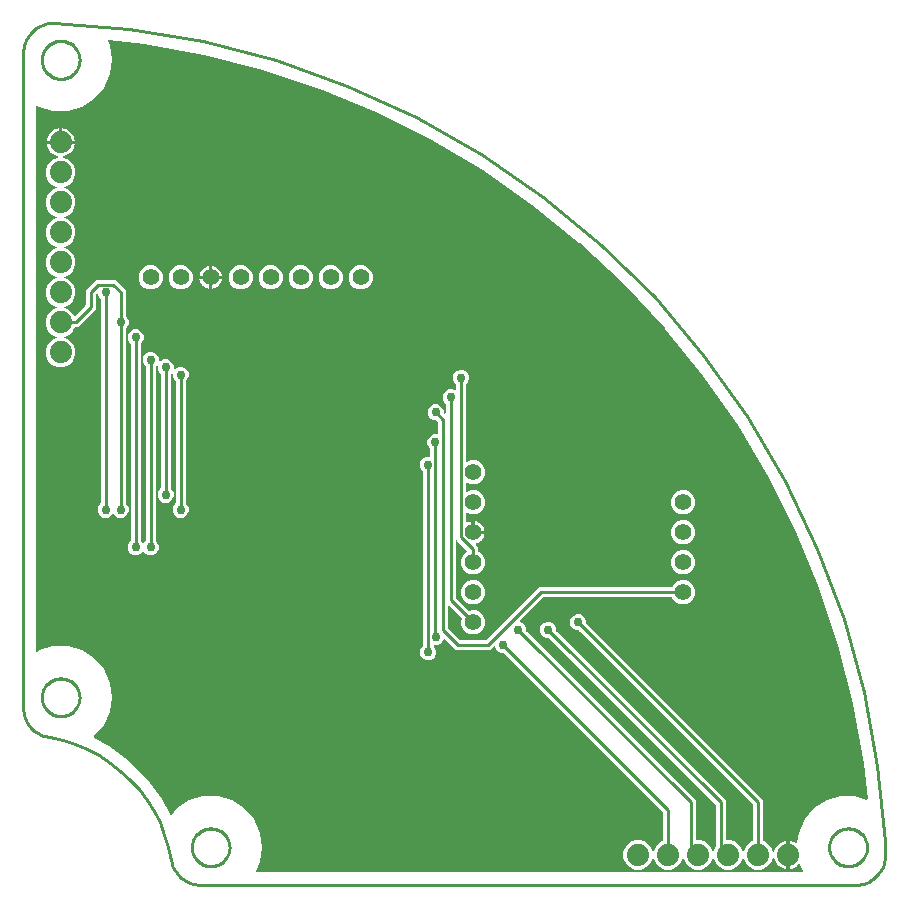
<source format=gbl>
G04 EAGLE Gerber RS-274X export*
G75*
%MOMM*%
%FSLAX34Y34*%
%LPD*%
%INBottom Copper*%
%IPPOS*%
%AMOC8*
5,1,8,0,0,1.08239X$1,22.5*%
G01*
%ADD10C,1.422400*%
%ADD11C,1.879600*%
%ADD12C,0.756400*%
%ADD13C,0.254000*%
%ADD14C,0.254000*%

G36*
X659977Y17661D02*
X659977Y17661D01*
X660037Y17661D01*
X660098Y17681D01*
X660161Y17692D01*
X660214Y17719D01*
X660270Y17738D01*
X660322Y17777D01*
X660379Y17807D01*
X660420Y17850D01*
X660467Y17885D01*
X660504Y17938D01*
X660548Y17985D01*
X660573Y18039D01*
X660607Y18088D01*
X660625Y18150D01*
X660652Y18208D01*
X660658Y18267D01*
X660675Y18324D01*
X660672Y18389D01*
X660679Y18453D01*
X660666Y18511D01*
X660663Y18570D01*
X660633Y18661D01*
X660627Y18693D01*
X660619Y18706D01*
X660611Y18729D01*
X658306Y23778D01*
X658287Y23805D01*
X658276Y23835D01*
X658219Y23906D01*
X658169Y23982D01*
X658143Y24002D01*
X658123Y24027D01*
X658046Y24076D01*
X657974Y24132D01*
X657943Y24142D01*
X657916Y24160D01*
X657827Y24182D01*
X657741Y24212D01*
X657709Y24212D01*
X657677Y24220D01*
X657586Y24213D01*
X657495Y24213D01*
X657464Y24203D01*
X657432Y24201D01*
X657348Y24165D01*
X657261Y24136D01*
X657235Y24117D01*
X657206Y24104D01*
X657075Y24000D01*
X656100Y23025D01*
X654579Y21920D01*
X652905Y21067D01*
X651118Y20486D01*
X649846Y20285D01*
X649846Y31369D01*
X649843Y31383D01*
X649844Y31394D01*
X649843Y31399D01*
X649844Y31408D01*
X649822Y31510D01*
X649806Y31612D01*
X649796Y31629D01*
X649792Y31649D01*
X649739Y31738D01*
X649691Y31829D01*
X649676Y31843D01*
X649666Y31860D01*
X649587Y31927D01*
X649512Y31998D01*
X649494Y32007D01*
X649479Y32020D01*
X649383Y32059D01*
X649289Y32102D01*
X649270Y32104D01*
X649251Y32112D01*
X649084Y32130D01*
X647560Y32130D01*
X647541Y32127D01*
X647521Y32129D01*
X647420Y32107D01*
X647318Y32090D01*
X647300Y32081D01*
X647281Y32077D01*
X647191Y32024D01*
X647100Y31975D01*
X647087Y31961D01*
X647069Y31951D01*
X647002Y31872D01*
X646931Y31797D01*
X646922Y31779D01*
X646909Y31764D01*
X646871Y31668D01*
X646827Y31574D01*
X646825Y31554D01*
X646818Y31536D01*
X646799Y31369D01*
X646799Y20285D01*
X645527Y20486D01*
X643739Y21067D01*
X642065Y21920D01*
X640545Y23025D01*
X639216Y24353D01*
X638111Y25874D01*
X637258Y27548D01*
X636682Y29323D01*
X636674Y29338D01*
X636671Y29350D01*
X636644Y29397D01*
X636635Y29413D01*
X636594Y29505D01*
X636579Y29521D01*
X636569Y29541D01*
X636496Y29612D01*
X636428Y29686D01*
X636408Y29697D01*
X636392Y29712D01*
X636301Y29756D01*
X636212Y29805D01*
X636190Y29809D01*
X636170Y29818D01*
X636070Y29830D01*
X635970Y29848D01*
X635948Y29845D01*
X635926Y29848D01*
X635827Y29827D01*
X635727Y29813D01*
X635707Y29803D01*
X635685Y29798D01*
X635598Y29747D01*
X635508Y29701D01*
X635492Y29685D01*
X635473Y29674D01*
X635406Y29598D01*
X635335Y29526D01*
X635322Y29501D01*
X635311Y29489D01*
X635299Y29459D01*
X635254Y29379D01*
X633474Y25081D01*
X629973Y21579D01*
X625398Y19684D01*
X620447Y19684D01*
X615872Y21579D01*
X612370Y25081D01*
X610926Y28569D01*
X610888Y28630D01*
X610859Y28695D01*
X610823Y28734D01*
X610796Y28778D01*
X610741Y28824D01*
X610692Y28876D01*
X610647Y28901D01*
X610606Y28935D01*
X610540Y28960D01*
X610477Y28995D01*
X610425Y29004D01*
X610377Y29023D01*
X610305Y29026D01*
X610235Y29039D01*
X610183Y29031D01*
X610131Y29033D01*
X610062Y29013D01*
X609991Y29003D01*
X609945Y28979D01*
X609895Y28965D01*
X609836Y28924D01*
X609772Y28891D01*
X609736Y28854D01*
X609693Y28824D01*
X609650Y28767D01*
X609600Y28716D01*
X609565Y28653D01*
X609546Y28627D01*
X609539Y28605D01*
X609519Y28569D01*
X608074Y25081D01*
X604573Y21579D01*
X599998Y19684D01*
X595047Y19684D01*
X590472Y21579D01*
X586970Y25081D01*
X585526Y28569D01*
X585488Y28630D01*
X585459Y28695D01*
X585423Y28734D01*
X585396Y28778D01*
X585341Y28824D01*
X585292Y28876D01*
X585247Y28901D01*
X585206Y28935D01*
X585140Y28960D01*
X585077Y28995D01*
X585025Y29004D01*
X584977Y29023D01*
X584905Y29026D01*
X584835Y29039D01*
X584783Y29031D01*
X584731Y29033D01*
X584662Y29013D01*
X584591Y29003D01*
X584545Y28979D01*
X584495Y28965D01*
X584436Y28924D01*
X584372Y28891D01*
X584336Y28854D01*
X584293Y28824D01*
X584250Y28767D01*
X584200Y28716D01*
X584165Y28653D01*
X584146Y28627D01*
X584139Y28605D01*
X584119Y28569D01*
X582674Y25081D01*
X579173Y21579D01*
X574598Y19684D01*
X569647Y19684D01*
X565072Y21579D01*
X561570Y25081D01*
X560126Y28569D01*
X560088Y28630D01*
X560059Y28695D01*
X560023Y28734D01*
X559996Y28778D01*
X559941Y28824D01*
X559892Y28876D01*
X559847Y28901D01*
X559806Y28935D01*
X559740Y28960D01*
X559677Y28995D01*
X559625Y29004D01*
X559577Y29023D01*
X559505Y29026D01*
X559435Y29039D01*
X559383Y29031D01*
X559331Y29033D01*
X559262Y29013D01*
X559191Y29003D01*
X559145Y28979D01*
X559095Y28965D01*
X559036Y28924D01*
X558972Y28891D01*
X558936Y28854D01*
X558893Y28824D01*
X558850Y28767D01*
X558800Y28716D01*
X558765Y28653D01*
X558746Y28627D01*
X558739Y28605D01*
X558719Y28569D01*
X557274Y25081D01*
X553773Y21579D01*
X549198Y19684D01*
X544247Y19684D01*
X539672Y21579D01*
X536170Y25081D01*
X534726Y28569D01*
X534688Y28630D01*
X534659Y28695D01*
X534623Y28734D01*
X534596Y28778D01*
X534541Y28824D01*
X534492Y28876D01*
X534447Y28901D01*
X534406Y28935D01*
X534340Y28960D01*
X534277Y28995D01*
X534225Y29004D01*
X534177Y29023D01*
X534105Y29026D01*
X534035Y29039D01*
X533983Y29031D01*
X533931Y29033D01*
X533862Y29013D01*
X533791Y29003D01*
X533745Y28979D01*
X533695Y28965D01*
X533636Y28924D01*
X533572Y28891D01*
X533536Y28854D01*
X533493Y28824D01*
X533450Y28767D01*
X533400Y28716D01*
X533365Y28653D01*
X533346Y28627D01*
X533339Y28605D01*
X533319Y28569D01*
X531874Y25081D01*
X528373Y21579D01*
X523798Y19684D01*
X518847Y19684D01*
X514272Y21579D01*
X510770Y25081D01*
X508876Y29655D01*
X508876Y34607D01*
X510770Y39182D01*
X514272Y42683D01*
X518847Y44578D01*
X523798Y44578D01*
X528373Y42683D01*
X531874Y39182D01*
X533319Y35693D01*
X533357Y35632D01*
X533386Y35567D01*
X533421Y35529D01*
X533449Y35484D01*
X533504Y35439D01*
X533552Y35386D01*
X533598Y35361D01*
X533638Y35327D01*
X533705Y35302D01*
X533768Y35267D01*
X533819Y35258D01*
X533868Y35239D01*
X533939Y35236D01*
X534010Y35224D01*
X534061Y35231D01*
X534113Y35229D01*
X534182Y35249D01*
X534253Y35259D01*
X534300Y35283D01*
X534350Y35297D01*
X534409Y35338D01*
X534472Y35371D01*
X534509Y35408D01*
X534552Y35438D01*
X534595Y35495D01*
X534645Y35546D01*
X534679Y35609D01*
X534699Y35635D01*
X534706Y35657D01*
X534726Y35693D01*
X536170Y39182D01*
X539672Y42683D01*
X541934Y43620D01*
X542034Y43682D01*
X542133Y43741D01*
X542137Y43746D01*
X542143Y43749D01*
X542218Y43840D01*
X542293Y43928D01*
X542296Y43934D01*
X542300Y43939D01*
X542341Y44047D01*
X542385Y44156D01*
X542386Y44164D01*
X542388Y44168D01*
X542388Y44187D01*
X542404Y44323D01*
X542404Y68127D01*
X542389Y68217D01*
X542382Y68308D01*
X542369Y68338D01*
X542364Y68370D01*
X542321Y68450D01*
X542285Y68534D01*
X542260Y68566D01*
X542249Y68587D01*
X542225Y68609D01*
X542181Y68665D01*
X407968Y202877D01*
X407894Y202930D01*
X407825Y202990D01*
X407795Y203002D01*
X407769Y203021D01*
X407682Y203048D01*
X407597Y203082D01*
X407556Y203086D01*
X407534Y203093D01*
X407501Y203092D01*
X407430Y203100D01*
X405664Y203100D01*
X403153Y204140D01*
X401232Y206062D01*
X400299Y208312D01*
X400275Y208351D01*
X400259Y208394D01*
X400211Y208455D01*
X400170Y208521D01*
X400134Y208550D01*
X400106Y208586D01*
X400040Y208628D01*
X399980Y208678D01*
X399938Y208694D01*
X399899Y208719D01*
X399823Y208738D01*
X399751Y208766D01*
X399705Y208768D01*
X399660Y208779D01*
X399583Y208773D01*
X399505Y208776D01*
X399461Y208764D01*
X399415Y208760D01*
X399344Y208730D01*
X399269Y208708D01*
X399231Y208682D01*
X399189Y208664D01*
X399082Y208578D01*
X399067Y208568D01*
X399064Y208564D01*
X399058Y208559D01*
X396111Y205612D01*
X367133Y205612D01*
X364381Y208365D01*
X357837Y214909D01*
X357800Y214936D01*
X357768Y214970D01*
X357700Y215007D01*
X357637Y215053D01*
X357593Y215066D01*
X357553Y215088D01*
X357476Y215102D01*
X357402Y215125D01*
X357356Y215124D01*
X357311Y215132D01*
X357234Y215121D01*
X357156Y215119D01*
X357113Y215103D01*
X357068Y215096D01*
X356998Y215061D01*
X356925Y215034D01*
X356889Y215005D01*
X356848Y214985D01*
X356794Y214929D01*
X356733Y214880D01*
X356708Y214842D01*
X356676Y214809D01*
X356610Y214689D01*
X356600Y214673D01*
X356599Y214669D01*
X356595Y214662D01*
X355663Y212412D01*
X353742Y210490D01*
X351231Y209450D01*
X349151Y209450D01*
X349080Y209439D01*
X349009Y209437D01*
X348960Y209419D01*
X348908Y209411D01*
X348845Y209377D01*
X348778Y209352D01*
X348737Y209320D01*
X348691Y209296D01*
X348641Y209244D01*
X348585Y209199D01*
X348557Y209155D01*
X348521Y209117D01*
X348491Y209052D01*
X348452Y208992D01*
X348440Y208941D01*
X348418Y208894D01*
X348410Y208823D01*
X348392Y208753D01*
X348396Y208701D01*
X348391Y208650D01*
X348406Y208579D01*
X348412Y208508D01*
X348432Y208460D01*
X348443Y208409D01*
X348480Y208348D01*
X348508Y208282D01*
X348553Y208226D01*
X348569Y208198D01*
X348587Y208183D01*
X348613Y208151D01*
X349313Y207450D01*
X350353Y204940D01*
X350353Y202222D01*
X349313Y199712D01*
X347392Y197790D01*
X344881Y196750D01*
X342164Y196750D01*
X339653Y197790D01*
X337732Y199712D01*
X336692Y202222D01*
X336692Y204940D01*
X337732Y207450D01*
X338981Y208699D01*
X339034Y208773D01*
X339093Y208843D01*
X339105Y208873D01*
X339124Y208899D01*
X339151Y208986D01*
X339185Y209071D01*
X339190Y209112D01*
X339197Y209134D01*
X339196Y209166D01*
X339204Y209238D01*
X339204Y211227D01*
X339189Y211317D01*
X339182Y211408D01*
X339169Y211438D01*
X339164Y211470D01*
X339121Y211550D01*
X339085Y211634D01*
X339060Y211666D01*
X339049Y211687D01*
X339025Y211709D01*
X338981Y211765D01*
X338978Y211768D01*
X338978Y356448D01*
X338963Y356538D01*
X338956Y356629D01*
X338943Y356659D01*
X338938Y356691D01*
X338895Y356772D01*
X338859Y356856D01*
X338834Y356888D01*
X338823Y356909D01*
X338799Y356931D01*
X338755Y356987D01*
X337280Y358462D01*
X336240Y360972D01*
X336240Y363690D01*
X337280Y366200D01*
X339201Y368122D01*
X341712Y369162D01*
X344566Y369162D01*
X344586Y369165D01*
X344606Y369163D01*
X344707Y369185D01*
X344809Y369202D01*
X344827Y369211D01*
X344846Y369215D01*
X344935Y369268D01*
X345026Y369317D01*
X345040Y369331D01*
X345057Y369341D01*
X345125Y369420D01*
X345196Y369495D01*
X345204Y369513D01*
X345217Y369528D01*
X345256Y369624D01*
X345299Y369718D01*
X345302Y369738D01*
X345309Y369756D01*
X345328Y369923D01*
X345328Y375724D01*
X345313Y375814D01*
X345306Y375905D01*
X345293Y375935D01*
X345288Y375967D01*
X345245Y376048D01*
X345209Y376132D01*
X345184Y376164D01*
X345173Y376184D01*
X345149Y376207D01*
X345105Y376263D01*
X343856Y377512D01*
X342816Y380022D01*
X342816Y382740D01*
X343856Y385250D01*
X345777Y387172D01*
X348288Y388212D01*
X351142Y388212D01*
X351162Y388215D01*
X351182Y388213D01*
X351283Y388235D01*
X351385Y388252D01*
X351403Y388261D01*
X351422Y388265D01*
X351511Y388318D01*
X351602Y388367D01*
X351616Y388381D01*
X351633Y388391D01*
X351701Y388470D01*
X351772Y388545D01*
X351780Y388563D01*
X351793Y388578D01*
X351832Y388674D01*
X351875Y388768D01*
X351878Y388788D01*
X351885Y388806D01*
X351904Y388973D01*
X351904Y398327D01*
X351889Y398417D01*
X351882Y398508D01*
X351869Y398538D01*
X351864Y398570D01*
X351821Y398650D01*
X351785Y398734D01*
X351760Y398766D01*
X351749Y398787D01*
X351725Y398809D01*
X351681Y398865D01*
X350818Y399727D01*
X350744Y399781D01*
X350675Y399840D01*
X350645Y399852D01*
X350619Y399871D01*
X350532Y399898D01*
X350447Y399932D01*
X350406Y399936D01*
X350384Y399943D01*
X350351Y399942D01*
X350280Y399950D01*
X348514Y399950D01*
X346003Y400990D01*
X344082Y402912D01*
X343042Y405422D01*
X343042Y408140D01*
X344082Y410650D01*
X346003Y412572D01*
X348514Y413612D01*
X351231Y413612D01*
X353742Y412572D01*
X355663Y410650D01*
X356703Y408140D01*
X356703Y406373D01*
X356718Y406283D01*
X356725Y406192D01*
X356738Y406162D01*
X356743Y406130D01*
X356786Y406050D01*
X356821Y405966D01*
X356847Y405934D01*
X356858Y405913D01*
X356881Y405891D01*
X356926Y405835D01*
X356954Y405807D01*
X357012Y405765D01*
X357064Y405716D01*
X357112Y405694D01*
X357154Y405663D01*
X357222Y405642D01*
X357287Y405612D01*
X357339Y405606D01*
X357389Y405591D01*
X357461Y405593D01*
X357532Y405585D01*
X357583Y405596D01*
X357635Y405597D01*
X357702Y405622D01*
X357772Y405637D01*
X357817Y405664D01*
X357866Y405682D01*
X357922Y405727D01*
X357983Y405763D01*
X358017Y405803D01*
X358058Y405836D01*
X358097Y405896D01*
X358143Y405950D01*
X358163Y405999D01*
X358191Y406042D01*
X358208Y406112D01*
X358235Y406178D01*
X358243Y406250D01*
X358251Y406281D01*
X358249Y406304D01*
X358254Y406345D01*
X358254Y413824D01*
X358239Y413914D01*
X358232Y414005D01*
X358219Y414035D01*
X358214Y414067D01*
X358171Y414148D01*
X358135Y414232D01*
X358110Y414264D01*
X358099Y414285D01*
X358075Y414307D01*
X358031Y414363D01*
X356782Y415612D01*
X355742Y418122D01*
X355742Y420840D01*
X356782Y423350D01*
X358703Y425272D01*
X361214Y426312D01*
X363931Y426312D01*
X366091Y425417D01*
X366136Y425407D01*
X366177Y425387D01*
X366255Y425379D01*
X366330Y425361D01*
X366376Y425365D01*
X366422Y425360D01*
X366498Y425377D01*
X366575Y425384D01*
X366617Y425403D01*
X366662Y425412D01*
X366729Y425452D01*
X366800Y425484D01*
X366834Y425515D01*
X366873Y425539D01*
X366924Y425598D01*
X366981Y425650D01*
X367003Y425691D01*
X367033Y425726D01*
X367062Y425798D01*
X367100Y425866D01*
X367108Y425911D01*
X367125Y425954D01*
X367140Y426090D01*
X367143Y426108D01*
X367143Y426113D01*
X367144Y426120D01*
X367144Y430334D01*
X367129Y430424D01*
X367122Y430515D01*
X367109Y430545D01*
X367104Y430577D01*
X367061Y430658D01*
X367025Y430742D01*
X367000Y430774D01*
X366989Y430794D01*
X366965Y430817D01*
X366921Y430873D01*
X365672Y432122D01*
X364632Y434632D01*
X364632Y437350D01*
X365672Y439860D01*
X367593Y441782D01*
X370104Y442822D01*
X372821Y442822D01*
X375332Y441782D01*
X377253Y439860D01*
X378293Y437350D01*
X378293Y434632D01*
X377253Y432122D01*
X376004Y430873D01*
X375951Y430799D01*
X375891Y430729D01*
X375879Y430699D01*
X375860Y430673D01*
X375834Y430586D01*
X375800Y430501D01*
X375795Y430460D01*
X375788Y430438D01*
X375789Y430406D01*
X375781Y430334D01*
X375781Y365699D01*
X375788Y365653D01*
X375787Y365608D01*
X375808Y365533D01*
X375821Y365456D01*
X375842Y365415D01*
X375855Y365371D01*
X375899Y365307D01*
X375936Y365239D01*
X375969Y365207D01*
X375995Y365169D01*
X376058Y365123D01*
X376114Y365069D01*
X376156Y365050D01*
X376193Y365022D01*
X376267Y364998D01*
X376337Y364966D01*
X376383Y364961D01*
X376427Y364946D01*
X376504Y364947D01*
X376582Y364938D01*
X376627Y364948D01*
X376673Y364949D01*
X376804Y364987D01*
X376822Y364991D01*
X376826Y364993D01*
X376834Y364995D01*
X379601Y366142D01*
X383643Y366142D01*
X387378Y364595D01*
X390236Y361737D01*
X391783Y358002D01*
X391783Y353960D01*
X390236Y350225D01*
X387378Y347367D01*
X383643Y345820D01*
X379601Y345820D01*
X376834Y346967D01*
X376789Y346977D01*
X376747Y346997D01*
X376670Y347005D01*
X376594Y347023D01*
X376548Y347019D01*
X376503Y347024D01*
X376427Y347007D01*
X376349Y347000D01*
X376307Y346981D01*
X376262Y346971D01*
X376196Y346931D01*
X376125Y346900D01*
X376091Y346869D01*
X376051Y346845D01*
X376001Y346786D01*
X375943Y346733D01*
X375921Y346693D01*
X375891Y346658D01*
X375862Y346586D01*
X375825Y346518D01*
X375817Y346473D01*
X375800Y346430D01*
X375784Y346294D01*
X375781Y346276D01*
X375782Y346271D01*
X375781Y346263D01*
X375781Y340299D01*
X375788Y340253D01*
X375787Y340208D01*
X375808Y340133D01*
X375821Y340056D01*
X375842Y340015D01*
X375855Y339971D01*
X375899Y339907D01*
X375936Y339839D01*
X375969Y339807D01*
X375995Y339769D01*
X376058Y339723D01*
X376114Y339669D01*
X376156Y339650D01*
X376193Y339622D01*
X376267Y339598D01*
X376337Y339566D01*
X376383Y339561D01*
X376427Y339546D01*
X376504Y339547D01*
X376582Y339538D01*
X376627Y339548D01*
X376673Y339549D01*
X376804Y339587D01*
X376822Y339591D01*
X376826Y339593D01*
X376834Y339595D01*
X379601Y340742D01*
X383643Y340742D01*
X387378Y339195D01*
X390236Y336337D01*
X391783Y332602D01*
X391783Y328560D01*
X390236Y324825D01*
X387378Y321967D01*
X383643Y320420D01*
X379601Y320420D01*
X376834Y321567D01*
X376789Y321577D01*
X376747Y321597D01*
X376670Y321605D01*
X376594Y321623D01*
X376548Y321619D01*
X376503Y321624D01*
X376427Y321607D01*
X376349Y321600D01*
X376307Y321581D01*
X376262Y321571D01*
X376196Y321531D01*
X376125Y321500D01*
X376091Y321469D01*
X376051Y321445D01*
X376001Y321386D01*
X375943Y321333D01*
X375921Y321293D01*
X375891Y321258D01*
X375862Y321186D01*
X375825Y321118D01*
X375817Y321073D01*
X375800Y321030D01*
X375784Y320894D01*
X375781Y320876D01*
X375782Y320871D01*
X375781Y320863D01*
X375781Y314281D01*
X375793Y314206D01*
X375796Y314130D01*
X375813Y314085D01*
X375821Y314038D01*
X375856Y313971D01*
X375883Y313900D01*
X375913Y313863D01*
X375936Y313820D01*
X375991Y313768D01*
X376039Y313710D01*
X376079Y313684D01*
X376114Y313651D01*
X376183Y313619D01*
X376247Y313579D01*
X376294Y313568D01*
X376337Y313547D01*
X376412Y313539D01*
X376486Y313521D01*
X376534Y313526D01*
X376582Y313520D01*
X376656Y313536D01*
X376731Y313543D01*
X376792Y313566D01*
X376822Y313573D01*
X376844Y313586D01*
X376888Y313602D01*
X377917Y314127D01*
X379362Y314596D01*
X380099Y314713D01*
X380099Y305943D01*
X380102Y305924D01*
X380100Y305904D01*
X380122Y305802D01*
X380139Y305700D01*
X380148Y305683D01*
X380152Y305663D01*
X380206Y305574D01*
X380254Y305483D01*
X380268Y305469D01*
X380279Y305452D01*
X380357Y305385D01*
X380432Y305314D01*
X380450Y305305D01*
X380465Y305292D01*
X380562Y305254D01*
X380655Y305210D01*
X380675Y305208D01*
X380694Y305200D01*
X380860Y305182D01*
X381623Y305182D01*
X381623Y304419D01*
X381626Y304399D01*
X381624Y304380D01*
X381646Y304278D01*
X381663Y304176D01*
X381672Y304159D01*
X381676Y304139D01*
X381730Y304050D01*
X381778Y303959D01*
X381792Y303945D01*
X381803Y303928D01*
X381881Y303861D01*
X381956Y303790D01*
X381974Y303781D01*
X381990Y303768D01*
X382086Y303729D01*
X382179Y303686D01*
X382199Y303684D01*
X382218Y303676D01*
X382384Y303658D01*
X391154Y303658D01*
X391037Y302921D01*
X390568Y301476D01*
X389878Y300122D01*
X388985Y298893D01*
X387911Y297818D01*
X386681Y296925D01*
X385328Y296236D01*
X384229Y295879D01*
X384162Y295844D01*
X384091Y295818D01*
X384053Y295788D01*
X384011Y295766D01*
X383958Y295712D01*
X383899Y295664D01*
X383873Y295624D01*
X383839Y295589D01*
X383807Y295521D01*
X383766Y295457D01*
X383754Y295411D01*
X383733Y295367D01*
X383724Y295292D01*
X383706Y295219D01*
X383710Y295171D01*
X383704Y295123D01*
X383719Y295049D01*
X383725Y294974D01*
X383744Y294929D01*
X383754Y294882D01*
X383792Y294817D01*
X383821Y294747D01*
X383862Y294697D01*
X383878Y294670D01*
X383897Y294653D01*
X383926Y294616D01*
X385941Y292602D01*
X385941Y289499D01*
X385960Y289384D01*
X385977Y289268D01*
X385980Y289262D01*
X385981Y289256D01*
X386035Y289153D01*
X386088Y289049D01*
X386093Y289044D01*
X386096Y289039D01*
X386180Y288959D01*
X386264Y288876D01*
X386271Y288873D01*
X386274Y288869D01*
X386291Y288861D01*
X386411Y288795D01*
X387378Y288395D01*
X390236Y285537D01*
X391783Y281802D01*
X391783Y277760D01*
X390236Y274025D01*
X387378Y271167D01*
X383643Y269620D01*
X379601Y269620D01*
X375867Y271167D01*
X373008Y274025D01*
X371462Y277760D01*
X371462Y281802D01*
X373008Y285537D01*
X375867Y288395D01*
X376275Y288564D01*
X376314Y288588D01*
X376357Y288604D01*
X376418Y288653D01*
X376484Y288694D01*
X376513Y288729D01*
X376549Y288758D01*
X376591Y288823D01*
X376641Y288883D01*
X376657Y288926D01*
X376682Y288965D01*
X376701Y289040D01*
X376729Y289113D01*
X376731Y289159D01*
X376742Y289203D01*
X376736Y289281D01*
X376739Y289358D01*
X376726Y289403D01*
X376723Y289448D01*
X376692Y289520D01*
X376671Y289595D01*
X376645Y289632D01*
X376627Y289675D01*
X376541Y289781D01*
X376531Y289797D01*
X376526Y289800D01*
X376522Y289806D01*
X368191Y298137D01*
X368132Y298179D01*
X368080Y298228D01*
X368033Y298250D01*
X367991Y298280D01*
X367922Y298301D01*
X367857Y298332D01*
X367806Y298337D01*
X367756Y298353D01*
X367684Y298351D01*
X367613Y298359D01*
X367562Y298348D01*
X367510Y298346D01*
X367442Y298322D01*
X367372Y298306D01*
X367328Y298280D01*
X367279Y298262D01*
X367223Y298217D01*
X367161Y298180D01*
X367128Y298141D01*
X367087Y298108D01*
X367048Y298048D01*
X367001Y297993D01*
X366982Y297945D01*
X366954Y297901D01*
X366936Y297832D01*
X366910Y297765D01*
X366902Y297694D01*
X366894Y297663D01*
X366896Y297639D01*
X366891Y297598D01*
X366891Y250135D01*
X366906Y250045D01*
X366913Y249954D01*
X366926Y249924D01*
X366931Y249893D01*
X366974Y249812D01*
X367009Y249728D01*
X367035Y249696D01*
X367046Y249675D01*
X367069Y249653D01*
X367114Y249597D01*
X377805Y238906D01*
X377900Y238838D01*
X377993Y238768D01*
X377999Y238766D01*
X378004Y238763D01*
X378116Y238729D01*
X378227Y238692D01*
X378234Y238692D01*
X378240Y238690D01*
X378356Y238693D01*
X378473Y238695D01*
X378480Y238697D01*
X378485Y238697D01*
X378503Y238703D01*
X378634Y238741D01*
X379601Y239142D01*
X383643Y239142D01*
X387378Y237595D01*
X390236Y234737D01*
X391783Y231002D01*
X391783Y226960D01*
X390236Y223225D01*
X387378Y220367D01*
X383643Y218820D01*
X379601Y218820D01*
X375867Y220367D01*
X373008Y223225D01*
X371462Y226960D01*
X371462Y231002D01*
X371862Y231969D01*
X371889Y232083D01*
X371917Y232196D01*
X371917Y232202D01*
X371918Y232209D01*
X371907Y232325D01*
X371898Y232441D01*
X371896Y232447D01*
X371895Y232453D01*
X371847Y232561D01*
X371802Y232668D01*
X371797Y232674D01*
X371795Y232678D01*
X371782Y232692D01*
X371697Y232799D01*
X361841Y242655D01*
X361782Y242697D01*
X361730Y242746D01*
X361683Y242768D01*
X361641Y242799D01*
X361572Y242820D01*
X361507Y242850D01*
X361456Y242856D01*
X361406Y242871D01*
X361334Y242869D01*
X361263Y242877D01*
X361212Y242866D01*
X361160Y242865D01*
X361093Y242840D01*
X361022Y242825D01*
X360978Y242798D01*
X360929Y242780D01*
X360873Y242735D01*
X360811Y242699D01*
X360778Y242659D01*
X360737Y242627D01*
X360698Y242566D01*
X360651Y242512D01*
X360632Y242463D01*
X360604Y242420D01*
X360586Y242350D01*
X360560Y242284D01*
X360552Y242212D01*
X360544Y242181D01*
X360546Y242158D01*
X360541Y242117D01*
X360541Y224735D01*
X360556Y224645D01*
X360563Y224554D01*
X360576Y224524D01*
X360581Y224492D01*
X360624Y224412D01*
X360659Y224328D01*
X360685Y224296D01*
X360696Y224275D01*
X360719Y224253D01*
X360741Y224225D01*
X360744Y224221D01*
X360747Y224218D01*
X360764Y224197D01*
X370488Y214473D01*
X370562Y214420D01*
X370632Y214360D01*
X370662Y214348D01*
X370688Y214329D01*
X370775Y214302D01*
X370860Y214268D01*
X370901Y214264D01*
X370923Y214257D01*
X370955Y214258D01*
X371027Y214250D01*
X392218Y214250D01*
X392308Y214265D01*
X392399Y214272D01*
X392429Y214284D01*
X392461Y214290D01*
X392542Y214332D01*
X392625Y214368D01*
X392658Y214394D01*
X392678Y214405D01*
X392700Y214428D01*
X392756Y214473D01*
X436983Y258700D01*
X549705Y258700D01*
X549819Y258719D01*
X549936Y258736D01*
X549941Y258739D01*
X549947Y258740D01*
X550050Y258794D01*
X550155Y258847D01*
X550159Y258852D01*
X550165Y258855D01*
X550245Y258939D01*
X550327Y259023D01*
X550331Y259029D01*
X550334Y259033D01*
X550342Y259050D01*
X550408Y259170D01*
X550808Y260137D01*
X553667Y262995D01*
X557401Y264542D01*
X561443Y264542D01*
X565178Y262995D01*
X568036Y260137D01*
X569583Y256402D01*
X569583Y252360D01*
X568036Y248625D01*
X565178Y245767D01*
X561443Y244220D01*
X557401Y244220D01*
X553667Y245767D01*
X550808Y248625D01*
X550408Y249592D01*
X550346Y249692D01*
X550286Y249792D01*
X550282Y249796D01*
X550278Y249801D01*
X550189Y249876D01*
X550100Y249952D01*
X550094Y249954D01*
X550089Y249958D01*
X549981Y250000D01*
X549871Y250044D01*
X549864Y250045D01*
X549859Y250046D01*
X549841Y250047D01*
X549705Y250062D01*
X440877Y250062D01*
X440786Y250048D01*
X440696Y250040D01*
X440666Y250028D01*
X440634Y250023D01*
X440553Y249980D01*
X440469Y249944D01*
X440437Y249918D01*
X440416Y249908D01*
X440394Y249884D01*
X440338Y249839D01*
X421094Y230596D01*
X421068Y230558D01*
X421034Y230527D01*
X420996Y230459D01*
X420951Y230396D01*
X420937Y230352D01*
X420915Y230312D01*
X420901Y230235D01*
X420878Y230161D01*
X420880Y230115D01*
X420872Y230070D01*
X420883Y229993D01*
X420885Y229915D01*
X420901Y229872D01*
X420907Y229826D01*
X420943Y229757D01*
X420969Y229684D01*
X420998Y229648D01*
X421019Y229607D01*
X421074Y229553D01*
X421123Y229492D01*
X421162Y229467D01*
X421194Y229435D01*
X421314Y229369D01*
X421330Y229359D01*
X421335Y229358D01*
X421341Y229354D01*
X423592Y228422D01*
X425513Y226500D01*
X426553Y223990D01*
X426553Y222223D01*
X426568Y222133D01*
X426575Y222042D01*
X426588Y222012D01*
X426593Y221981D01*
X426636Y221900D01*
X426671Y221816D01*
X426697Y221784D01*
X426708Y221763D01*
X426731Y221741D01*
X426776Y221685D01*
X570091Y78370D01*
X570091Y45339D01*
X570094Y45319D01*
X570092Y45300D01*
X570114Y45198D01*
X570131Y45096D01*
X570140Y45079D01*
X570144Y45059D01*
X570198Y44970D01*
X570246Y44879D01*
X570260Y44865D01*
X570271Y44848D01*
X570349Y44781D01*
X570424Y44710D01*
X570442Y44701D01*
X570457Y44688D01*
X570554Y44649D01*
X570647Y44606D01*
X570667Y44604D01*
X570686Y44596D01*
X570852Y44578D01*
X574598Y44578D01*
X579173Y42683D01*
X582674Y39182D01*
X584119Y35693D01*
X584157Y35632D01*
X584186Y35567D01*
X584221Y35529D01*
X584249Y35484D01*
X584304Y35439D01*
X584352Y35386D01*
X584398Y35361D01*
X584438Y35327D01*
X584505Y35302D01*
X584568Y35267D01*
X584619Y35258D01*
X584668Y35239D01*
X584739Y35236D01*
X584810Y35224D01*
X584861Y35231D01*
X584913Y35229D01*
X584982Y35249D01*
X585053Y35259D01*
X585100Y35283D01*
X585150Y35297D01*
X585209Y35338D01*
X585272Y35371D01*
X585309Y35408D01*
X585352Y35438D01*
X585395Y35495D01*
X585445Y35546D01*
X585479Y35609D01*
X585499Y35635D01*
X585506Y35657D01*
X585526Y35693D01*
X586796Y38759D01*
X586811Y38823D01*
X586835Y38884D01*
X586844Y38967D01*
X586852Y38999D01*
X586850Y39018D01*
X586854Y39051D01*
X586854Y74477D01*
X586839Y74567D01*
X586832Y74658D01*
X586819Y74688D01*
X586814Y74720D01*
X586771Y74800D01*
X586735Y74884D01*
X586710Y74916D01*
X586699Y74937D01*
X586675Y74959D01*
X586631Y75015D01*
X446068Y215577D01*
X445994Y215630D01*
X445925Y215690D01*
X445895Y215702D01*
X445869Y215721D01*
X445782Y215748D01*
X445697Y215782D01*
X445656Y215786D01*
X445634Y215793D01*
X445601Y215792D01*
X445530Y215800D01*
X443764Y215800D01*
X441253Y216840D01*
X439332Y218762D01*
X438292Y221272D01*
X438292Y223990D01*
X439332Y226500D01*
X441253Y228422D01*
X443764Y229462D01*
X446481Y229462D01*
X448992Y228422D01*
X450913Y226500D01*
X451953Y223990D01*
X451953Y222223D01*
X451968Y222133D01*
X451975Y222042D01*
X451988Y222012D01*
X451993Y221981D01*
X452036Y221900D01*
X452071Y221816D01*
X452097Y221784D01*
X452108Y221763D01*
X452131Y221741D01*
X452176Y221685D01*
X595491Y78370D01*
X595491Y45339D01*
X595494Y45319D01*
X595492Y45300D01*
X595514Y45198D01*
X595531Y45096D01*
X595540Y45079D01*
X595544Y45059D01*
X595598Y44970D01*
X595646Y44879D01*
X595660Y44865D01*
X595671Y44848D01*
X595749Y44781D01*
X595824Y44710D01*
X595842Y44701D01*
X595857Y44688D01*
X595954Y44649D01*
X596047Y44606D01*
X596067Y44604D01*
X596086Y44596D01*
X596252Y44578D01*
X599998Y44578D01*
X604573Y42683D01*
X608074Y39182D01*
X609519Y35693D01*
X609557Y35632D01*
X609586Y35567D01*
X609621Y35529D01*
X609649Y35484D01*
X609704Y35439D01*
X609752Y35386D01*
X609798Y35361D01*
X609838Y35327D01*
X609905Y35302D01*
X609968Y35267D01*
X610019Y35258D01*
X610068Y35239D01*
X610139Y35236D01*
X610210Y35224D01*
X610261Y35231D01*
X610313Y35229D01*
X610382Y35249D01*
X610453Y35259D01*
X610500Y35283D01*
X610550Y35297D01*
X610609Y35338D01*
X610672Y35371D01*
X610709Y35408D01*
X610752Y35438D01*
X610795Y35495D01*
X610845Y35546D01*
X610879Y35609D01*
X610899Y35635D01*
X610906Y35657D01*
X610926Y35693D01*
X612370Y39182D01*
X615872Y42683D01*
X618134Y43620D01*
X618234Y43682D01*
X618333Y43741D01*
X618337Y43746D01*
X618343Y43749D01*
X618418Y43840D01*
X618493Y43928D01*
X618496Y43934D01*
X618500Y43939D01*
X618541Y44047D01*
X618585Y44156D01*
X618586Y44164D01*
X618588Y44168D01*
X618588Y44187D01*
X618604Y44323D01*
X618604Y74477D01*
X618589Y74567D01*
X618582Y74658D01*
X618569Y74688D01*
X618564Y74720D01*
X618521Y74800D01*
X618485Y74884D01*
X618460Y74916D01*
X618449Y74937D01*
X618425Y74959D01*
X618381Y75015D01*
X471468Y221927D01*
X471394Y221980D01*
X471325Y222040D01*
X471295Y222052D01*
X471269Y222071D01*
X471182Y222098D01*
X471097Y222132D01*
X471056Y222136D01*
X471034Y222143D01*
X471001Y222142D01*
X470930Y222150D01*
X469164Y222150D01*
X466653Y223190D01*
X464732Y225112D01*
X463692Y227622D01*
X463692Y230340D01*
X464732Y232850D01*
X466653Y234772D01*
X469164Y235812D01*
X471881Y235812D01*
X474392Y234772D01*
X476313Y232850D01*
X477353Y230340D01*
X477353Y228573D01*
X477368Y228483D01*
X477375Y228392D01*
X477388Y228362D01*
X477393Y228331D01*
X477436Y228250D01*
X477471Y228166D01*
X477497Y228134D01*
X477508Y228113D01*
X477531Y228091D01*
X477576Y228035D01*
X627241Y78370D01*
X627241Y44323D01*
X627260Y44208D01*
X627277Y44092D01*
X627280Y44087D01*
X627281Y44080D01*
X627335Y43978D01*
X627388Y43873D01*
X627393Y43868D01*
X627396Y43863D01*
X627480Y43783D01*
X627564Y43701D01*
X627571Y43697D01*
X627574Y43694D01*
X627591Y43686D01*
X627711Y43620D01*
X629973Y42683D01*
X633474Y39182D01*
X635254Y34884D01*
X635308Y34797D01*
X635356Y34708D01*
X635372Y34693D01*
X635384Y34674D01*
X635462Y34610D01*
X635536Y34541D01*
X635556Y34532D01*
X635574Y34518D01*
X635668Y34481D01*
X635760Y34440D01*
X635783Y34437D01*
X635803Y34429D01*
X635904Y34425D01*
X636005Y34415D01*
X636027Y34420D01*
X636049Y34419D01*
X636146Y34447D01*
X636245Y34470D01*
X636264Y34481D01*
X636285Y34488D01*
X636368Y34545D01*
X636455Y34598D01*
X636469Y34615D01*
X636487Y34628D01*
X636548Y34709D01*
X636613Y34787D01*
X636624Y34812D01*
X636634Y34825D01*
X636644Y34856D01*
X636682Y34940D01*
X637258Y36714D01*
X638111Y38388D01*
X639216Y39909D01*
X640545Y41237D01*
X642065Y42342D01*
X643739Y43195D01*
X645527Y43776D01*
X646799Y43977D01*
X646799Y32893D01*
X646802Y32874D01*
X646800Y32854D01*
X646822Y32752D01*
X646839Y32650D01*
X646848Y32633D01*
X646852Y32613D01*
X646906Y32524D01*
X646954Y32433D01*
X646968Y32419D01*
X646979Y32402D01*
X647057Y32335D01*
X647132Y32264D01*
X647150Y32255D01*
X647165Y32242D01*
X647262Y32204D01*
X647355Y32160D01*
X647375Y32158D01*
X647394Y32150D01*
X647560Y32132D01*
X649084Y32132D01*
X649104Y32135D01*
X649124Y32133D01*
X649225Y32155D01*
X649327Y32172D01*
X649345Y32181D01*
X649364Y32185D01*
X649453Y32238D01*
X649544Y32287D01*
X649558Y32301D01*
X649575Y32311D01*
X649643Y32390D01*
X649714Y32465D01*
X649722Y32483D01*
X649735Y32498D01*
X649774Y32595D01*
X649817Y32688D01*
X649820Y32708D01*
X649827Y32726D01*
X649846Y32893D01*
X649846Y43977D01*
X651118Y43776D01*
X652905Y43195D01*
X654580Y42342D01*
X654841Y42152D01*
X654867Y42139D01*
X654887Y42122D01*
X654930Y42105D01*
X654981Y42071D01*
X655023Y42061D01*
X655061Y42041D01*
X655101Y42036D01*
X655115Y42030D01*
X655159Y42025D01*
X655220Y42010D01*
X655262Y42013D01*
X655304Y42007D01*
X655384Y42021D01*
X655465Y42027D01*
X655504Y42044D01*
X655546Y42051D01*
X655617Y42091D01*
X655692Y42122D01*
X655724Y42150D01*
X655761Y42171D01*
X655816Y42231D01*
X655877Y42284D01*
X655898Y42321D01*
X655927Y42353D01*
X655960Y42427D01*
X656000Y42497D01*
X656013Y42548D01*
X656023Y42568D01*
X656023Y42571D01*
X656026Y42578D01*
X656028Y42606D01*
X656042Y42659D01*
X657211Y50787D01*
X662376Y62097D01*
X670517Y71493D01*
X680977Y78215D01*
X692906Y81717D01*
X705339Y81717D01*
X714817Y78934D01*
X714862Y78929D01*
X714906Y78914D01*
X714984Y78914D01*
X715061Y78904D01*
X715106Y78913D01*
X715152Y78913D01*
X715226Y78938D01*
X715302Y78953D01*
X715342Y78976D01*
X715385Y78991D01*
X715447Y79038D01*
X715515Y79077D01*
X715545Y79111D01*
X715582Y79139D01*
X715626Y79203D01*
X715677Y79262D01*
X715695Y79304D01*
X715721Y79342D01*
X715742Y79417D01*
X715772Y79488D01*
X715775Y79534D01*
X715788Y79579D01*
X715788Y79715D01*
X715789Y79734D01*
X715788Y79739D01*
X715788Y79746D01*
X712603Y109285D01*
X712598Y109305D01*
X712595Y109339D01*
X703478Y159793D01*
X703471Y159812D01*
X703466Y159846D01*
X690774Y209522D01*
X690766Y209540D01*
X690759Y209574D01*
X674557Y258218D01*
X674548Y258236D01*
X674538Y258269D01*
X654909Y305633D01*
X654898Y305651D01*
X654887Y305683D01*
X631930Y351528D01*
X631918Y351544D01*
X631904Y351575D01*
X605737Y395666D01*
X605724Y395682D01*
X605707Y395712D01*
X576463Y437825D01*
X576449Y437839D01*
X576430Y437868D01*
X544257Y477789D01*
X544242Y477802D01*
X544222Y477830D01*
X509284Y515354D01*
X509268Y515367D01*
X509245Y515393D01*
X471721Y550330D01*
X471704Y550342D01*
X471680Y550366D01*
X431759Y582539D01*
X431742Y582549D01*
X431716Y582571D01*
X389603Y611816D01*
X389585Y611825D01*
X389557Y611845D01*
X345466Y638013D01*
X345448Y638020D01*
X345419Y638039D01*
X299574Y660995D01*
X299555Y661001D01*
X299525Y661018D01*
X252160Y680647D01*
X252140Y680652D01*
X252109Y680666D01*
X203465Y696868D01*
X203445Y696871D01*
X203413Y696883D01*
X153737Y709575D01*
X153717Y709577D01*
X153684Y709587D01*
X103230Y718704D01*
X103210Y718704D01*
X103176Y718712D01*
X73553Y721906D01*
X73453Y721900D01*
X73353Y721901D01*
X73331Y721894D01*
X73307Y721892D01*
X73214Y721855D01*
X73120Y721824D01*
X73101Y721810D01*
X73079Y721801D01*
X73003Y721737D01*
X72923Y721677D01*
X72909Y721657D01*
X72891Y721642D01*
X72840Y721557D01*
X72783Y721474D01*
X72776Y721452D01*
X72764Y721432D01*
X72743Y721334D01*
X72715Y721238D01*
X72716Y721214D01*
X72711Y721191D01*
X72722Y721092D01*
X72726Y720992D01*
X72736Y720964D01*
X72737Y720947D01*
X72751Y720917D01*
X72779Y720833D01*
X74284Y717537D01*
X76053Y705231D01*
X74284Y692925D01*
X69119Y681615D01*
X60977Y672219D01*
X50518Y665498D01*
X38589Y661995D01*
X26156Y661995D01*
X14227Y665497D01*
X12716Y666468D01*
X12612Y666514D01*
X12509Y666561D01*
X12499Y666562D01*
X12490Y666566D01*
X12377Y666576D01*
X12265Y666588D01*
X12255Y666586D01*
X12245Y666587D01*
X12135Y666560D01*
X12024Y666536D01*
X12016Y666531D01*
X12006Y666528D01*
X11911Y666468D01*
X11813Y666410D01*
X11807Y666402D01*
X11798Y666397D01*
X11727Y666309D01*
X11653Y666223D01*
X11650Y666214D01*
X11643Y666206D01*
X11604Y666100D01*
X11562Y665995D01*
X11560Y665983D01*
X11557Y665975D01*
X11557Y665951D01*
X11543Y665828D01*
X11543Y204884D01*
X11561Y204772D01*
X11577Y204660D01*
X11581Y204651D01*
X11583Y204641D01*
X11636Y204541D01*
X11686Y204440D01*
X11693Y204433D01*
X11698Y204424D01*
X11780Y204346D01*
X11860Y204266D01*
X11869Y204262D01*
X11876Y204255D01*
X11979Y204207D01*
X12080Y204157D01*
X12090Y204155D01*
X12099Y204151D01*
X12211Y204139D01*
X12324Y204123D01*
X12334Y204125D01*
X12344Y204124D01*
X12454Y204148D01*
X12566Y204169D01*
X12576Y204174D01*
X12584Y204176D01*
X12605Y204189D01*
X12716Y204244D01*
X14227Y205215D01*
X26156Y208717D01*
X38589Y208717D01*
X50518Y205215D01*
X60977Y198493D01*
X69119Y189097D01*
X74284Y177787D01*
X76053Y165481D01*
X74284Y153175D01*
X69119Y141865D01*
X60977Y132469D01*
X60635Y132249D01*
X60564Y132185D01*
X60489Y132127D01*
X60473Y132103D01*
X60452Y132084D01*
X60405Y132001D01*
X60353Y131922D01*
X60345Y131895D01*
X60331Y131870D01*
X60313Y131776D01*
X60289Y131685D01*
X60290Y131656D01*
X60285Y131628D01*
X60298Y131534D01*
X60304Y131439D01*
X60315Y131413D01*
X60319Y131385D01*
X60361Y131300D01*
X60397Y131211D01*
X60415Y131190D01*
X60428Y131164D01*
X60495Y131097D01*
X60557Y131025D01*
X60587Y131005D01*
X60602Y130991D01*
X60631Y130976D01*
X60697Y130932D01*
X73359Y124397D01*
X90599Y111804D01*
X105695Y96708D01*
X118289Y79468D01*
X125011Y66443D01*
X125035Y66410D01*
X125052Y66372D01*
X125108Y66312D01*
X125157Y66246D01*
X125191Y66222D01*
X125219Y66192D01*
X125291Y66152D01*
X125359Y66105D01*
X125399Y66094D01*
X125435Y66074D01*
X125516Y66060D01*
X125595Y66037D01*
X125637Y66038D01*
X125677Y66031D01*
X125759Y66043D01*
X125841Y66047D01*
X125880Y66062D01*
X125920Y66068D01*
X125994Y66105D01*
X126071Y66135D01*
X126103Y66161D01*
X126139Y66180D01*
X126256Y66288D01*
X126260Y66291D01*
X126261Y66293D01*
X126262Y66294D01*
X130767Y71493D01*
X141227Y78215D01*
X153156Y81717D01*
X165589Y81717D01*
X177518Y78215D01*
X187977Y71493D01*
X196119Y62097D01*
X201284Y50787D01*
X203053Y38481D01*
X201284Y26175D01*
X197884Y18729D01*
X197868Y18672D01*
X197843Y18618D01*
X197836Y18554D01*
X197819Y18492D01*
X197822Y18433D01*
X197816Y18374D01*
X197830Y18311D01*
X197833Y18246D01*
X197855Y18191D01*
X197868Y18133D01*
X197901Y18078D01*
X197925Y18018D01*
X197964Y17973D01*
X197994Y17922D01*
X198043Y17880D01*
X198085Y17831D01*
X198136Y17801D01*
X198181Y17762D01*
X198241Y17738D01*
X198296Y17705D01*
X198354Y17693D01*
X198409Y17670D01*
X198505Y17660D01*
X198536Y17653D01*
X198552Y17655D01*
X198576Y17652D01*
X659919Y17652D01*
X659977Y17661D01*
G37*
%LPC*%
G36*
X69114Y317400D02*
X69114Y317400D01*
X66603Y318440D01*
X64682Y320362D01*
X63642Y322872D01*
X63642Y325590D01*
X64682Y328100D01*
X65931Y329349D01*
X65984Y329423D01*
X66043Y329493D01*
X66055Y329523D01*
X66074Y329549D01*
X66101Y329636D01*
X66135Y329721D01*
X66140Y329762D01*
X66147Y329784D01*
X66146Y329816D01*
X66154Y329888D01*
X66154Y502724D01*
X66139Y502814D01*
X66132Y502905D01*
X66119Y502935D01*
X66114Y502967D01*
X66071Y503048D01*
X66035Y503132D01*
X66010Y503164D01*
X65999Y503184D01*
X65975Y503207D01*
X65931Y503263D01*
X64682Y504512D01*
X63749Y506762D01*
X63725Y506801D01*
X63709Y506844D01*
X63661Y506905D01*
X63620Y506971D01*
X63584Y507000D01*
X63556Y507036D01*
X63490Y507078D01*
X63430Y507128D01*
X63387Y507144D01*
X63349Y507169D01*
X63273Y507188D01*
X63201Y507216D01*
X63155Y507218D01*
X63110Y507229D01*
X63033Y507223D01*
X62955Y507226D01*
X62911Y507214D01*
X62865Y507210D01*
X62793Y507180D01*
X62719Y507158D01*
X62681Y507132D01*
X62639Y507114D01*
X62532Y507028D01*
X62517Y507018D01*
X62514Y507014D01*
X62508Y507009D01*
X62314Y506815D01*
X62261Y506741D01*
X62201Y506672D01*
X62189Y506642D01*
X62170Y506615D01*
X62144Y506528D01*
X62110Y506444D01*
X62105Y506403D01*
X62098Y506380D01*
X62099Y506348D01*
X62091Y506277D01*
X62091Y493892D01*
X46861Y478662D01*
X44564Y478662D01*
X44450Y478644D01*
X44333Y478626D01*
X44328Y478624D01*
X44322Y478623D01*
X44219Y478568D01*
X44114Y478515D01*
X44110Y478510D01*
X44104Y478508D01*
X44024Y478423D01*
X43942Y478339D01*
X43938Y478333D01*
X43935Y478329D01*
X43927Y478312D01*
X43861Y478192D01*
X42924Y475931D01*
X39423Y472429D01*
X35935Y470984D01*
X35874Y470947D01*
X35808Y470917D01*
X35770Y470882D01*
X35726Y470855D01*
X35680Y470799D01*
X35627Y470751D01*
X35602Y470705D01*
X35569Y470665D01*
X35543Y470598D01*
X35508Y470536D01*
X35499Y470484D01*
X35481Y470436D01*
X35477Y470364D01*
X35465Y470293D01*
X35472Y470242D01*
X35470Y470190D01*
X35490Y470121D01*
X35501Y470050D01*
X35524Y470004D01*
X35539Y469954D01*
X35579Y469895D01*
X35612Y469831D01*
X35649Y469794D01*
X35679Y469752D01*
X35736Y469709D01*
X35788Y469659D01*
X35850Y469624D01*
X35876Y469605D01*
X35899Y469598D01*
X35935Y469578D01*
X39423Y468133D01*
X42924Y464632D01*
X44819Y460057D01*
X44819Y455105D01*
X42924Y450531D01*
X39423Y447029D01*
X34848Y445134D01*
X29897Y445134D01*
X25322Y447029D01*
X21820Y450531D01*
X19926Y455105D01*
X19926Y460057D01*
X21820Y464632D01*
X25322Y468133D01*
X28810Y469578D01*
X28871Y469616D01*
X28936Y469645D01*
X28975Y469680D01*
X29019Y469707D01*
X29065Y469763D01*
X29118Y469811D01*
X29143Y469857D01*
X29176Y469897D01*
X29202Y469964D01*
X29236Y470027D01*
X29245Y470078D01*
X29264Y470126D01*
X29267Y470198D01*
X29280Y470269D01*
X29272Y470320D01*
X29275Y470372D01*
X29255Y470441D01*
X29244Y470512D01*
X29220Y470558D01*
X29206Y470608D01*
X29165Y470667D01*
X29133Y470731D01*
X29095Y470768D01*
X29066Y470810D01*
X29008Y470853D01*
X28957Y470903D01*
X28894Y470938D01*
X28868Y470957D01*
X28846Y470965D01*
X28810Y470984D01*
X25322Y472429D01*
X21820Y475931D01*
X19926Y480505D01*
X19926Y485457D01*
X21820Y490032D01*
X25322Y493533D01*
X28810Y494978D01*
X28871Y495016D01*
X28936Y495045D01*
X28975Y495080D01*
X29019Y495107D01*
X29065Y495163D01*
X29118Y495211D01*
X29143Y495257D01*
X29176Y495297D01*
X29202Y495364D01*
X29236Y495427D01*
X29245Y495478D01*
X29264Y495526D01*
X29267Y495598D01*
X29280Y495669D01*
X29272Y495720D01*
X29275Y495772D01*
X29255Y495841D01*
X29244Y495912D01*
X29220Y495958D01*
X29206Y496008D01*
X29165Y496067D01*
X29133Y496131D01*
X29095Y496168D01*
X29066Y496210D01*
X29008Y496253D01*
X28957Y496303D01*
X28894Y496338D01*
X28868Y496357D01*
X28846Y496365D01*
X28810Y496384D01*
X25322Y497829D01*
X21820Y501331D01*
X19926Y505905D01*
X19926Y510857D01*
X21820Y515432D01*
X25322Y518933D01*
X28810Y520378D01*
X28871Y520416D01*
X28936Y520445D01*
X28975Y520480D01*
X29019Y520507D01*
X29065Y520563D01*
X29118Y520611D01*
X29143Y520657D01*
X29176Y520697D01*
X29202Y520764D01*
X29236Y520827D01*
X29245Y520878D01*
X29264Y520926D01*
X29267Y520998D01*
X29280Y521069D01*
X29272Y521120D01*
X29275Y521172D01*
X29255Y521241D01*
X29244Y521312D01*
X29220Y521358D01*
X29206Y521408D01*
X29165Y521467D01*
X29133Y521531D01*
X29095Y521568D01*
X29066Y521610D01*
X29008Y521653D01*
X28957Y521703D01*
X28894Y521738D01*
X28868Y521757D01*
X28846Y521765D01*
X28810Y521784D01*
X25322Y523229D01*
X21820Y526731D01*
X19926Y531305D01*
X19926Y536257D01*
X21820Y540832D01*
X25322Y544333D01*
X28810Y545778D01*
X28871Y545816D01*
X28936Y545845D01*
X28975Y545880D01*
X29019Y545907D01*
X29065Y545963D01*
X29118Y546011D01*
X29143Y546057D01*
X29176Y546097D01*
X29202Y546164D01*
X29236Y546227D01*
X29245Y546278D01*
X29264Y546326D01*
X29267Y546398D01*
X29280Y546469D01*
X29272Y546520D01*
X29275Y546572D01*
X29255Y546641D01*
X29244Y546712D01*
X29220Y546758D01*
X29206Y546808D01*
X29165Y546867D01*
X29133Y546931D01*
X29095Y546968D01*
X29066Y547010D01*
X29008Y547053D01*
X28957Y547103D01*
X28894Y547138D01*
X28868Y547157D01*
X28846Y547165D01*
X28810Y547184D01*
X25322Y548629D01*
X21820Y552131D01*
X19926Y556705D01*
X19926Y561657D01*
X21820Y566232D01*
X25322Y569733D01*
X28810Y571178D01*
X28871Y571216D01*
X28936Y571245D01*
X28975Y571280D01*
X29019Y571307D01*
X29065Y571363D01*
X29118Y571411D01*
X29143Y571457D01*
X29176Y571497D01*
X29202Y571564D01*
X29236Y571627D01*
X29245Y571678D01*
X29264Y571726D01*
X29267Y571798D01*
X29280Y571869D01*
X29272Y571920D01*
X29275Y571972D01*
X29255Y572041D01*
X29244Y572112D01*
X29220Y572158D01*
X29206Y572208D01*
X29165Y572267D01*
X29133Y572331D01*
X29095Y572368D01*
X29066Y572410D01*
X29008Y572453D01*
X28957Y572503D01*
X28894Y572538D01*
X28868Y572557D01*
X28846Y572565D01*
X28810Y572584D01*
X25322Y574029D01*
X21820Y577531D01*
X19926Y582105D01*
X19926Y587057D01*
X21820Y591632D01*
X25322Y595133D01*
X28810Y596578D01*
X28871Y596616D01*
X28936Y596645D01*
X28975Y596680D01*
X29019Y596707D01*
X29065Y596763D01*
X29118Y596811D01*
X29143Y596857D01*
X29176Y596897D01*
X29202Y596964D01*
X29236Y597027D01*
X29245Y597078D01*
X29264Y597126D01*
X29267Y597198D01*
X29280Y597269D01*
X29272Y597320D01*
X29275Y597372D01*
X29255Y597441D01*
X29244Y597512D01*
X29220Y597558D01*
X29206Y597608D01*
X29165Y597667D01*
X29133Y597731D01*
X29095Y597768D01*
X29066Y597810D01*
X29008Y597853D01*
X28957Y597903D01*
X28894Y597938D01*
X28868Y597957D01*
X28846Y597965D01*
X28810Y597984D01*
X25322Y599429D01*
X21820Y602931D01*
X19926Y607505D01*
X19926Y612457D01*
X21820Y617032D01*
X25322Y620533D01*
X29620Y622313D01*
X29706Y622367D01*
X29795Y622415D01*
X29810Y622431D01*
X29829Y622443D01*
X29894Y622521D01*
X29962Y622595D01*
X29972Y622615D01*
X29986Y622632D01*
X30022Y622727D01*
X30064Y622819D01*
X30066Y622841D01*
X30074Y622862D01*
X30078Y622963D01*
X30088Y623064D01*
X30083Y623086D01*
X30084Y623108D01*
X30056Y623205D01*
X30034Y623304D01*
X30022Y623323D01*
X30016Y623344D01*
X29958Y623427D01*
X29905Y623513D01*
X29888Y623528D01*
X29876Y623546D01*
X29794Y623606D01*
X29717Y623671D01*
X29692Y623683D01*
X29678Y623693D01*
X29647Y623703D01*
X29564Y623741D01*
X27789Y624317D01*
X26115Y625170D01*
X24595Y626275D01*
X23266Y627603D01*
X22161Y629124D01*
X21308Y630798D01*
X20728Y632585D01*
X20526Y633858D01*
X31610Y633858D01*
X31630Y633861D01*
X31650Y633859D01*
X31751Y633881D01*
X31853Y633898D01*
X31870Y633907D01*
X31890Y633911D01*
X31979Y633964D01*
X32070Y634013D01*
X32084Y634027D01*
X32101Y634037D01*
X32168Y634116D01*
X32240Y634191D01*
X32248Y634209D01*
X32261Y634224D01*
X32300Y634320D01*
X32343Y634414D01*
X32345Y634434D01*
X32353Y634452D01*
X32371Y634619D01*
X32371Y635382D01*
X32373Y635382D01*
X32373Y634619D01*
X32376Y634599D01*
X32374Y634580D01*
X32396Y634478D01*
X32413Y634376D01*
X32422Y634359D01*
X32426Y634339D01*
X32480Y634250D01*
X32528Y634159D01*
X32542Y634145D01*
X32553Y634128D01*
X32631Y634061D01*
X32706Y633990D01*
X32724Y633981D01*
X32740Y633968D01*
X32836Y633929D01*
X32929Y633886D01*
X32949Y633884D01*
X32968Y633876D01*
X33134Y633858D01*
X44219Y633858D01*
X44017Y632585D01*
X43436Y630798D01*
X42583Y629124D01*
X41479Y627603D01*
X40150Y626275D01*
X38629Y625170D01*
X36955Y624317D01*
X35181Y623741D01*
X35091Y623694D01*
X34998Y623653D01*
X34982Y623638D01*
X34962Y623628D01*
X34892Y623555D01*
X34817Y623486D01*
X34806Y623467D01*
X34791Y623451D01*
X34747Y623360D01*
X34699Y623271D01*
X34695Y623249D01*
X34685Y623229D01*
X34673Y623129D01*
X34655Y623029D01*
X34658Y623007D01*
X34655Y622985D01*
X34676Y622886D01*
X34691Y622786D01*
X34701Y622766D01*
X34705Y622744D01*
X34756Y622657D01*
X34802Y622566D01*
X34818Y622551D01*
X34829Y622532D01*
X34905Y622465D01*
X34978Y622394D01*
X35002Y622381D01*
X35014Y622370D01*
X35045Y622357D01*
X35125Y622313D01*
X39423Y620533D01*
X42924Y617032D01*
X44819Y612457D01*
X44819Y607505D01*
X42924Y602931D01*
X39423Y599429D01*
X35935Y597984D01*
X35874Y597947D01*
X35808Y597917D01*
X35770Y597882D01*
X35726Y597855D01*
X35680Y597799D01*
X35627Y597751D01*
X35602Y597705D01*
X35569Y597665D01*
X35543Y597598D01*
X35508Y597536D01*
X35499Y597484D01*
X35481Y597436D01*
X35477Y597364D01*
X35465Y597293D01*
X35472Y597242D01*
X35470Y597190D01*
X35490Y597121D01*
X35501Y597050D01*
X35524Y597004D01*
X35539Y596954D01*
X35579Y596895D01*
X35612Y596831D01*
X35649Y596794D01*
X35679Y596752D01*
X35736Y596709D01*
X35788Y596659D01*
X35850Y596624D01*
X35876Y596605D01*
X35899Y596598D01*
X35935Y596578D01*
X39423Y595133D01*
X42924Y591632D01*
X44819Y587057D01*
X44819Y582105D01*
X42924Y577531D01*
X39423Y574029D01*
X35935Y572584D01*
X35874Y572547D01*
X35808Y572517D01*
X35770Y572482D01*
X35726Y572455D01*
X35680Y572399D01*
X35627Y572351D01*
X35602Y572305D01*
X35569Y572265D01*
X35543Y572198D01*
X35508Y572136D01*
X35499Y572084D01*
X35481Y572036D01*
X35477Y571964D01*
X35465Y571893D01*
X35472Y571842D01*
X35470Y571790D01*
X35490Y571721D01*
X35501Y571650D01*
X35524Y571604D01*
X35539Y571554D01*
X35579Y571495D01*
X35612Y571431D01*
X35649Y571394D01*
X35679Y571352D01*
X35736Y571309D01*
X35788Y571259D01*
X35850Y571224D01*
X35876Y571205D01*
X35899Y571198D01*
X35935Y571178D01*
X39423Y569733D01*
X42924Y566232D01*
X44819Y561657D01*
X44819Y556705D01*
X42924Y552131D01*
X39423Y548629D01*
X35935Y547184D01*
X35874Y547147D01*
X35808Y547117D01*
X35770Y547082D01*
X35726Y547055D01*
X35680Y546999D01*
X35627Y546951D01*
X35602Y546905D01*
X35569Y546865D01*
X35543Y546798D01*
X35508Y546736D01*
X35499Y546684D01*
X35481Y546636D01*
X35477Y546564D01*
X35465Y546493D01*
X35472Y546442D01*
X35470Y546390D01*
X35490Y546321D01*
X35501Y546250D01*
X35524Y546204D01*
X35539Y546154D01*
X35579Y546095D01*
X35612Y546031D01*
X35649Y545994D01*
X35679Y545952D01*
X35736Y545909D01*
X35788Y545859D01*
X35850Y545824D01*
X35876Y545805D01*
X35899Y545798D01*
X35935Y545778D01*
X39423Y544333D01*
X42924Y540832D01*
X44819Y536257D01*
X44819Y531305D01*
X42924Y526731D01*
X39423Y523229D01*
X35935Y521784D01*
X35874Y521747D01*
X35808Y521717D01*
X35770Y521682D01*
X35726Y521655D01*
X35680Y521599D01*
X35627Y521551D01*
X35602Y521505D01*
X35569Y521465D01*
X35543Y521398D01*
X35508Y521336D01*
X35499Y521284D01*
X35481Y521236D01*
X35477Y521164D01*
X35465Y521093D01*
X35472Y521042D01*
X35470Y520990D01*
X35490Y520921D01*
X35501Y520850D01*
X35524Y520804D01*
X35539Y520754D01*
X35579Y520695D01*
X35612Y520631D01*
X35649Y520594D01*
X35679Y520552D01*
X35736Y520509D01*
X35788Y520459D01*
X35850Y520424D01*
X35876Y520405D01*
X35899Y520398D01*
X35935Y520378D01*
X39423Y518933D01*
X42924Y515432D01*
X44819Y510857D01*
X44819Y505905D01*
X42924Y501331D01*
X39423Y497829D01*
X35935Y496384D01*
X35874Y496347D01*
X35808Y496317D01*
X35770Y496282D01*
X35726Y496255D01*
X35680Y496199D01*
X35627Y496151D01*
X35602Y496105D01*
X35569Y496065D01*
X35543Y495998D01*
X35508Y495936D01*
X35499Y495884D01*
X35481Y495836D01*
X35477Y495764D01*
X35465Y495693D01*
X35472Y495642D01*
X35470Y495590D01*
X35490Y495521D01*
X35501Y495450D01*
X35524Y495404D01*
X35539Y495354D01*
X35579Y495295D01*
X35612Y495231D01*
X35649Y495194D01*
X35679Y495152D01*
X35736Y495109D01*
X35788Y495059D01*
X35850Y495024D01*
X35876Y495005D01*
X35899Y494998D01*
X35935Y494978D01*
X39423Y493533D01*
X42924Y490032D01*
X43394Y488898D01*
X43418Y488859D01*
X43433Y488816D01*
X43482Y488756D01*
X43523Y488689D01*
X43558Y488660D01*
X43587Y488624D01*
X43653Y488582D01*
X43713Y488533D01*
X43755Y488516D01*
X43794Y488491D01*
X43870Y488472D01*
X43942Y488444D01*
X43988Y488442D01*
X44033Y488431D01*
X44110Y488437D01*
X44188Y488434D01*
X44232Y488447D01*
X44278Y488450D01*
X44349Y488481D01*
X44424Y488502D01*
X44462Y488529D01*
X44504Y488547D01*
X44611Y488632D01*
X44626Y488643D01*
X44629Y488647D01*
X44635Y488651D01*
X53231Y497247D01*
X53284Y497321D01*
X53343Y497390D01*
X53355Y497421D01*
X53374Y497447D01*
X53401Y497534D01*
X53435Y497619D01*
X53440Y497659D01*
X53447Y497682D01*
X53446Y497714D01*
X53454Y497785D01*
X53454Y510170D01*
X62333Y519050D01*
X65418Y519050D01*
X65508Y519065D01*
X65599Y519072D01*
X65629Y519084D01*
X65661Y519090D01*
X65742Y519132D01*
X65826Y519168D01*
X65858Y519194D01*
X65878Y519205D01*
X65901Y519228D01*
X65957Y519273D01*
X65960Y519276D01*
X74985Y519276D01*
X74988Y519273D01*
X75062Y519220D01*
X75132Y519160D01*
X75162Y519148D01*
X75188Y519129D01*
X75275Y519102D01*
X75360Y519068D01*
X75401Y519064D01*
X75423Y519057D01*
X75455Y519058D01*
X75526Y519050D01*
X78611Y519050D01*
X87491Y510170D01*
X87491Y488638D01*
X87506Y488548D01*
X87513Y488457D01*
X87526Y488427D01*
X87531Y488395D01*
X87574Y488314D01*
X87609Y488230D01*
X87635Y488198D01*
X87646Y488178D01*
X87669Y488155D01*
X87714Y488099D01*
X88963Y486850D01*
X90003Y484340D01*
X90003Y481622D01*
X88963Y479112D01*
X87714Y477863D01*
X87661Y477789D01*
X87601Y477719D01*
X87589Y477689D01*
X87570Y477663D01*
X87544Y477576D01*
X87510Y477491D01*
X87505Y477450D01*
X87498Y477428D01*
X87499Y477396D01*
X87491Y477324D01*
X87491Y329888D01*
X87506Y329798D01*
X87513Y329707D01*
X87526Y329677D01*
X87531Y329645D01*
X87574Y329564D01*
X87609Y329480D01*
X87635Y329448D01*
X87646Y329428D01*
X87669Y329405D01*
X87714Y329349D01*
X88963Y328100D01*
X90003Y325590D01*
X90003Y322872D01*
X88963Y320362D01*
X87042Y318440D01*
X84531Y317400D01*
X81814Y317400D01*
X79303Y318440D01*
X77361Y320383D01*
X77344Y320394D01*
X77332Y320410D01*
X77245Y320466D01*
X77161Y320526D01*
X77142Y320532D01*
X77125Y320543D01*
X77025Y320568D01*
X76926Y320599D01*
X76906Y320598D01*
X76887Y320603D01*
X76784Y320595D01*
X76680Y320592D01*
X76661Y320585D01*
X76641Y320584D01*
X76546Y320543D01*
X76449Y320508D01*
X76433Y320495D01*
X76415Y320487D01*
X76284Y320383D01*
X74342Y318440D01*
X71831Y317400D01*
X69114Y317400D01*
G37*
%LPD*%
%LPC*%
G36*
X94514Y285650D02*
X94514Y285650D01*
X92003Y286690D01*
X90082Y288612D01*
X89042Y291122D01*
X89042Y293840D01*
X90082Y296350D01*
X91331Y297599D01*
X91384Y297673D01*
X91443Y297743D01*
X91455Y297773D01*
X91474Y297799D01*
X91501Y297886D01*
X91535Y297971D01*
X91540Y298012D01*
X91547Y298034D01*
X91546Y298066D01*
X91554Y298138D01*
X91554Y464624D01*
X91539Y464714D01*
X91532Y464805D01*
X91519Y464835D01*
X91514Y464867D01*
X91471Y464948D01*
X91435Y465032D01*
X91410Y465064D01*
X91399Y465084D01*
X91375Y465107D01*
X91331Y465163D01*
X90082Y466412D01*
X89042Y468922D01*
X89042Y471640D01*
X90082Y474150D01*
X92003Y476072D01*
X94514Y477112D01*
X97231Y477112D01*
X99742Y476072D01*
X101663Y474150D01*
X102703Y471640D01*
X102703Y468922D01*
X101663Y466412D01*
X100414Y465163D01*
X100361Y465089D01*
X100301Y465019D01*
X100289Y464989D01*
X100270Y464963D01*
X100244Y464876D01*
X100210Y464791D01*
X100205Y464750D01*
X100198Y464728D01*
X100199Y464696D01*
X100191Y464624D01*
X100191Y298138D01*
X100206Y298048D01*
X100213Y297957D01*
X100226Y297927D01*
X100231Y297895D01*
X100274Y297814D01*
X100309Y297730D01*
X100335Y297698D01*
X100346Y297678D01*
X100369Y297655D01*
X100414Y297599D01*
X101684Y296329D01*
X101700Y296318D01*
X101713Y296302D01*
X101800Y296246D01*
X101884Y296186D01*
X101903Y296180D01*
X101920Y296169D01*
X102020Y296144D01*
X102119Y296114D01*
X102139Y296114D01*
X102158Y296109D01*
X102261Y296117D01*
X102365Y296120D01*
X102384Y296127D01*
X102403Y296128D01*
X102498Y296169D01*
X102596Y296204D01*
X102611Y296217D01*
X102630Y296225D01*
X102761Y296329D01*
X104031Y297599D01*
X104084Y297673D01*
X104143Y297743D01*
X104155Y297773D01*
X104174Y297799D01*
X104201Y297886D01*
X104235Y297971D01*
X104240Y298012D01*
X104247Y298034D01*
X104246Y298066D01*
X104254Y298138D01*
X104254Y445574D01*
X104239Y445664D01*
X104232Y445755D01*
X104219Y445785D01*
X104214Y445817D01*
X104171Y445898D01*
X104135Y445982D01*
X104110Y446014D01*
X104099Y446034D01*
X104075Y446057D01*
X104031Y446113D01*
X102782Y447362D01*
X101742Y449872D01*
X101742Y452590D01*
X102782Y455100D01*
X104703Y457022D01*
X107214Y458062D01*
X109931Y458062D01*
X112442Y457022D01*
X114363Y455100D01*
X115403Y452590D01*
X115403Y450510D01*
X115415Y450439D01*
X115416Y450367D01*
X115434Y450318D01*
X115443Y450267D01*
X115476Y450204D01*
X115501Y450136D01*
X115533Y450096D01*
X115558Y450050D01*
X115610Y450000D01*
X115655Y449944D01*
X115698Y449916D01*
X115736Y449880D01*
X115801Y449850D01*
X115862Y449811D01*
X115912Y449799D01*
X115959Y449777D01*
X116031Y449769D01*
X116100Y449751D01*
X116152Y449755D01*
X116204Y449749D01*
X116274Y449765D01*
X116345Y449770D01*
X116393Y449791D01*
X116444Y449802D01*
X116506Y449839D01*
X116572Y449867D01*
X116628Y449911D01*
X116655Y449928D01*
X116670Y449946D01*
X116703Y449971D01*
X117403Y450672D01*
X119914Y451712D01*
X122631Y451712D01*
X125142Y450672D01*
X127063Y448750D01*
X128103Y446240D01*
X128103Y444160D01*
X128115Y444089D01*
X128116Y444017D01*
X128134Y443968D01*
X128143Y443917D01*
X128176Y443854D01*
X128201Y443786D01*
X128233Y443746D01*
X128258Y443700D01*
X128310Y443650D01*
X128355Y443594D01*
X128398Y443566D01*
X128436Y443530D01*
X128501Y443500D01*
X128562Y443461D01*
X128612Y443449D01*
X128659Y443427D01*
X128731Y443419D01*
X128800Y443401D01*
X128852Y443405D01*
X128904Y443399D01*
X128974Y443415D01*
X129045Y443420D01*
X129093Y443441D01*
X129144Y443452D01*
X129206Y443489D01*
X129272Y443517D01*
X129328Y443561D01*
X129355Y443578D01*
X129370Y443596D01*
X129403Y443621D01*
X130103Y444322D01*
X132614Y445362D01*
X135331Y445362D01*
X137842Y444322D01*
X139763Y442400D01*
X140803Y439890D01*
X140803Y437172D01*
X139763Y434662D01*
X138514Y433413D01*
X138461Y433339D01*
X138401Y433269D01*
X138389Y433239D01*
X138370Y433213D01*
X138344Y433126D01*
X138310Y433041D01*
X138305Y433000D01*
X138298Y432978D01*
X138299Y432946D01*
X138291Y432874D01*
X138291Y329888D01*
X138306Y329798D01*
X138313Y329707D01*
X138326Y329677D01*
X138331Y329645D01*
X138374Y329564D01*
X138409Y329480D01*
X138435Y329448D01*
X138446Y329428D01*
X138469Y329405D01*
X138514Y329349D01*
X139763Y328100D01*
X140803Y325590D01*
X140803Y322872D01*
X139763Y320362D01*
X137842Y318440D01*
X135331Y317400D01*
X132614Y317400D01*
X130103Y318440D01*
X128182Y320362D01*
X127142Y322872D01*
X127142Y325590D01*
X128182Y328100D01*
X129431Y329349D01*
X129484Y329423D01*
X129543Y329493D01*
X129555Y329523D01*
X129574Y329549D01*
X129601Y329636D01*
X129635Y329721D01*
X129640Y329762D01*
X129647Y329784D01*
X129646Y329816D01*
X129654Y329888D01*
X129654Y432874D01*
X129639Y432964D01*
X129632Y433055D01*
X129619Y433085D01*
X129614Y433117D01*
X129571Y433198D01*
X129535Y433282D01*
X129510Y433314D01*
X129499Y433334D01*
X129475Y433357D01*
X129431Y433413D01*
X128182Y434662D01*
X127142Y437172D01*
X127142Y439252D01*
X127130Y439323D01*
X127128Y439395D01*
X127110Y439444D01*
X127102Y439495D01*
X127068Y439559D01*
X127043Y439626D01*
X127011Y439667D01*
X126987Y439713D01*
X126935Y439762D01*
X126890Y439818D01*
X126846Y439846D01*
X126808Y439882D01*
X126743Y439912D01*
X126683Y439951D01*
X126632Y439964D01*
X126585Y439986D01*
X126514Y439993D01*
X126444Y440011D01*
X126392Y440007D01*
X126341Y440013D01*
X126271Y439997D01*
X126199Y439992D01*
X126151Y439971D01*
X126101Y439960D01*
X126039Y439923D01*
X125973Y439895D01*
X125917Y439851D01*
X125889Y439834D01*
X125874Y439816D01*
X125842Y439790D01*
X125814Y439762D01*
X125761Y439688D01*
X125701Y439619D01*
X125689Y439589D01*
X125670Y439563D01*
X125644Y439476D01*
X125610Y439391D01*
X125605Y439350D01*
X125598Y439327D01*
X125599Y439295D01*
X125591Y439224D01*
X125591Y342588D01*
X125606Y342498D01*
X125613Y342407D01*
X125626Y342377D01*
X125631Y342345D01*
X125673Y342264D01*
X125709Y342180D01*
X125735Y342148D01*
X125746Y342128D01*
X125769Y342105D01*
X125814Y342049D01*
X127063Y340800D01*
X128103Y338290D01*
X128103Y335572D01*
X127063Y333062D01*
X125142Y331140D01*
X122631Y330100D01*
X119914Y330100D01*
X117403Y331140D01*
X115482Y333062D01*
X114442Y335572D01*
X114442Y338290D01*
X115482Y340800D01*
X116731Y342049D01*
X116784Y342123D01*
X116843Y342193D01*
X116855Y342223D01*
X116874Y342249D01*
X116901Y342336D01*
X116935Y342421D01*
X116940Y342462D01*
X116947Y342484D01*
X116946Y342516D01*
X116954Y342588D01*
X116954Y439224D01*
X116939Y439314D01*
X116932Y439405D01*
X116919Y439435D01*
X116914Y439467D01*
X116871Y439548D01*
X116835Y439632D01*
X116810Y439664D01*
X116799Y439684D01*
X116775Y439707D01*
X116731Y439763D01*
X115482Y441012D01*
X114442Y443522D01*
X114442Y445602D01*
X114430Y445673D01*
X114428Y445745D01*
X114410Y445794D01*
X114402Y445845D01*
X114368Y445909D01*
X114343Y445976D01*
X114311Y446017D01*
X114287Y446063D01*
X114235Y446112D01*
X114190Y446168D01*
X114146Y446196D01*
X114108Y446232D01*
X114043Y446262D01*
X113983Y446301D01*
X113932Y446314D01*
X113885Y446336D01*
X113814Y446343D01*
X113744Y446361D01*
X113692Y446357D01*
X113641Y446363D01*
X113571Y446347D01*
X113499Y446342D01*
X113451Y446321D01*
X113401Y446310D01*
X113339Y446273D01*
X113273Y446245D01*
X113217Y446201D01*
X113189Y446184D01*
X113174Y446166D01*
X113142Y446140D01*
X113114Y446112D01*
X113061Y446038D01*
X113001Y445969D01*
X112989Y445939D01*
X112970Y445913D01*
X112944Y445826D01*
X112910Y445741D01*
X112905Y445700D01*
X112898Y445677D01*
X112899Y445645D01*
X112891Y445574D01*
X112891Y298138D01*
X112906Y298048D01*
X112913Y297957D01*
X112926Y297927D01*
X112931Y297895D01*
X112974Y297814D01*
X113009Y297730D01*
X113035Y297698D01*
X113046Y297678D01*
X113069Y297655D01*
X113114Y297599D01*
X114363Y296350D01*
X115403Y293840D01*
X115403Y291122D01*
X114363Y288612D01*
X112442Y286690D01*
X109931Y285650D01*
X107214Y285650D01*
X104703Y286690D01*
X102761Y288633D01*
X102744Y288644D01*
X102732Y288660D01*
X102645Y288716D01*
X102561Y288776D01*
X102542Y288782D01*
X102525Y288793D01*
X102425Y288818D01*
X102326Y288849D01*
X102306Y288848D01*
X102287Y288853D01*
X102184Y288845D01*
X102080Y288842D01*
X102061Y288835D01*
X102041Y288834D01*
X101946Y288793D01*
X101849Y288758D01*
X101833Y288745D01*
X101815Y288737D01*
X101684Y288633D01*
X99742Y286690D01*
X97231Y285650D01*
X94514Y285650D01*
G37*
%LPD*%
%LPC*%
G36*
X182751Y510920D02*
X182751Y510920D01*
X179017Y512467D01*
X176158Y515325D01*
X174612Y519060D01*
X174612Y523102D01*
X176158Y526837D01*
X179017Y529695D01*
X182751Y531242D01*
X186793Y531242D01*
X190528Y529695D01*
X193386Y526837D01*
X194933Y523102D01*
X194933Y519060D01*
X193386Y515325D01*
X190528Y512467D01*
X186793Y510920D01*
X182751Y510920D01*
G37*
%LPD*%
%LPC*%
G36*
X233551Y510920D02*
X233551Y510920D01*
X229817Y512467D01*
X226958Y515325D01*
X225412Y519060D01*
X225412Y523102D01*
X226958Y526837D01*
X229817Y529695D01*
X233551Y531242D01*
X237593Y531242D01*
X241328Y529695D01*
X244186Y526837D01*
X245733Y523102D01*
X245733Y519060D01*
X244186Y515325D01*
X241328Y512467D01*
X237593Y510920D01*
X233551Y510920D01*
G37*
%LPD*%
%LPC*%
G36*
X131951Y510920D02*
X131951Y510920D01*
X128217Y512467D01*
X125358Y515325D01*
X123812Y519060D01*
X123812Y523102D01*
X125358Y526837D01*
X128217Y529695D01*
X131951Y531242D01*
X135993Y531242D01*
X139728Y529695D01*
X142586Y526837D01*
X144133Y523102D01*
X144133Y519060D01*
X142586Y515325D01*
X139728Y512467D01*
X135993Y510920D01*
X131951Y510920D01*
G37*
%LPD*%
%LPC*%
G36*
X106551Y510920D02*
X106551Y510920D01*
X102817Y512467D01*
X99958Y515325D01*
X98412Y519060D01*
X98412Y523102D01*
X99958Y526837D01*
X102817Y529695D01*
X106551Y531242D01*
X110593Y531242D01*
X114328Y529695D01*
X117186Y526837D01*
X118733Y523102D01*
X118733Y519060D01*
X117186Y515325D01*
X114328Y512467D01*
X110593Y510920D01*
X106551Y510920D01*
G37*
%LPD*%
%LPC*%
G36*
X258951Y510920D02*
X258951Y510920D01*
X255217Y512467D01*
X252358Y515325D01*
X250812Y519060D01*
X250812Y523102D01*
X252358Y526837D01*
X255217Y529695D01*
X258951Y531242D01*
X262993Y531242D01*
X266728Y529695D01*
X269586Y526837D01*
X271133Y523102D01*
X271133Y519060D01*
X269586Y515325D01*
X266728Y512467D01*
X262993Y510920D01*
X258951Y510920D01*
G37*
%LPD*%
%LPC*%
G36*
X284351Y510920D02*
X284351Y510920D01*
X280617Y512467D01*
X277758Y515325D01*
X276212Y519060D01*
X276212Y523102D01*
X277758Y526837D01*
X280617Y529695D01*
X284351Y531242D01*
X288393Y531242D01*
X292128Y529695D01*
X294986Y526837D01*
X296533Y523102D01*
X296533Y519060D01*
X294986Y515325D01*
X292128Y512467D01*
X288393Y510920D01*
X284351Y510920D01*
G37*
%LPD*%
%LPC*%
G36*
X208151Y510920D02*
X208151Y510920D01*
X204417Y512467D01*
X201558Y515325D01*
X200012Y519060D01*
X200012Y523102D01*
X201558Y526837D01*
X204417Y529695D01*
X208151Y531242D01*
X212193Y531242D01*
X215928Y529695D01*
X218786Y526837D01*
X220333Y523102D01*
X220333Y519060D01*
X218786Y515325D01*
X215928Y512467D01*
X212193Y510920D01*
X208151Y510920D01*
G37*
%LPD*%
%LPC*%
G36*
X557401Y320420D02*
X557401Y320420D01*
X553667Y321967D01*
X550808Y324825D01*
X549262Y328560D01*
X549262Y332602D01*
X550808Y336337D01*
X553667Y339195D01*
X557401Y340742D01*
X561443Y340742D01*
X565178Y339195D01*
X568036Y336337D01*
X569583Y332602D01*
X569583Y328560D01*
X568036Y324825D01*
X565178Y321967D01*
X561443Y320420D01*
X557401Y320420D01*
G37*
%LPD*%
%LPC*%
G36*
X557401Y295020D02*
X557401Y295020D01*
X553667Y296567D01*
X550808Y299425D01*
X549262Y303160D01*
X549262Y307202D01*
X550808Y310937D01*
X553667Y313795D01*
X557401Y315342D01*
X561443Y315342D01*
X565178Y313795D01*
X568036Y310937D01*
X569583Y307202D01*
X569583Y303160D01*
X568036Y299425D01*
X565178Y296567D01*
X561443Y295020D01*
X557401Y295020D01*
G37*
%LPD*%
%LPC*%
G36*
X557401Y269620D02*
X557401Y269620D01*
X553667Y271167D01*
X550808Y274025D01*
X549262Y277760D01*
X549262Y281802D01*
X550808Y285537D01*
X553667Y288395D01*
X557401Y289942D01*
X561443Y289942D01*
X565178Y288395D01*
X568036Y285537D01*
X569583Y281802D01*
X569583Y277760D01*
X568036Y274025D01*
X565178Y271167D01*
X561443Y269620D01*
X557401Y269620D01*
G37*
%LPD*%
%LPC*%
G36*
X379601Y244220D02*
X379601Y244220D01*
X375867Y245767D01*
X373008Y248625D01*
X371462Y252360D01*
X371462Y256402D01*
X373008Y260137D01*
X375867Y262995D01*
X379601Y264542D01*
X383643Y264542D01*
X387378Y262995D01*
X390236Y260137D01*
X391783Y256402D01*
X391783Y252360D01*
X390236Y248625D01*
X387378Y245767D01*
X383643Y244220D01*
X379601Y244220D01*
G37*
%LPD*%
%LPC*%
G36*
X33896Y636904D02*
X33896Y636904D01*
X33896Y647227D01*
X35168Y647026D01*
X36955Y646445D01*
X38629Y645592D01*
X40150Y644487D01*
X41479Y643159D01*
X42583Y641638D01*
X43436Y639964D01*
X44017Y638177D01*
X44219Y636904D01*
X33896Y636904D01*
G37*
%LPD*%
%LPC*%
G36*
X20526Y636904D02*
X20526Y636904D01*
X20728Y638177D01*
X21308Y639964D01*
X22161Y641638D01*
X23266Y643159D01*
X24595Y644487D01*
X26115Y645592D01*
X27789Y646445D01*
X29577Y647026D01*
X30849Y647227D01*
X30849Y636904D01*
X20526Y636904D01*
G37*
%LPD*%
%LPC*%
G36*
X160896Y522604D02*
X160896Y522604D01*
X160896Y530613D01*
X161633Y530496D01*
X163078Y530027D01*
X164431Y529337D01*
X165661Y528444D01*
X166735Y527369D01*
X167628Y526140D01*
X168318Y524786D01*
X168787Y523341D01*
X168904Y522604D01*
X160896Y522604D01*
G37*
%LPD*%
%LPC*%
G36*
X383146Y306704D02*
X383146Y306704D01*
X383146Y314713D01*
X383883Y314596D01*
X385328Y314127D01*
X386681Y313437D01*
X387911Y312544D01*
X388985Y311469D01*
X389878Y310240D01*
X390568Y308886D01*
X391037Y307441D01*
X391154Y306704D01*
X383146Y306704D01*
G37*
%LPD*%
%LPC*%
G36*
X149841Y522604D02*
X149841Y522604D01*
X149957Y523341D01*
X150427Y524786D01*
X151117Y526140D01*
X152010Y527369D01*
X153084Y528444D01*
X154313Y529337D01*
X155667Y530027D01*
X157112Y530496D01*
X157849Y530613D01*
X157849Y522604D01*
X149841Y522604D01*
G37*
%LPD*%
%LPC*%
G36*
X160896Y519558D02*
X160896Y519558D01*
X168904Y519558D01*
X168787Y518821D01*
X168318Y517376D01*
X167628Y516022D01*
X166735Y514793D01*
X165661Y513718D01*
X164431Y512825D01*
X163078Y512136D01*
X161633Y511666D01*
X160896Y511549D01*
X160896Y519558D01*
G37*
%LPD*%
%LPC*%
G36*
X157112Y511666D02*
X157112Y511666D01*
X155667Y512136D01*
X154313Y512825D01*
X153084Y513718D01*
X152010Y514793D01*
X151117Y516022D01*
X150427Y517376D01*
X149957Y518821D01*
X149841Y519558D01*
X157849Y519558D01*
X157849Y511549D01*
X157112Y511666D01*
G37*
%LPD*%
%LPC*%
G36*
X159371Y521080D02*
X159371Y521080D01*
X159371Y521082D01*
X159373Y521082D01*
X159373Y521080D01*
X159371Y521080D01*
G37*
%LPD*%
D10*
X108572Y521081D03*
X133972Y521081D03*
X159372Y521081D03*
X184772Y521081D03*
X210172Y521081D03*
X235572Y521081D03*
X260972Y521081D03*
X286372Y521081D03*
X381622Y355981D03*
X381622Y330581D03*
X381622Y305181D03*
X381622Y279781D03*
X381622Y254381D03*
X381622Y228981D03*
X559422Y254381D03*
X559422Y279781D03*
X559422Y305181D03*
X559422Y330581D03*
D11*
X32372Y457581D03*
X32372Y482981D03*
X32372Y508381D03*
X32372Y533781D03*
X32372Y559181D03*
X32372Y584581D03*
X32372Y609981D03*
X32372Y635381D03*
X521322Y32131D03*
X546722Y32131D03*
X572122Y32131D03*
X597522Y32131D03*
X622922Y32131D03*
X648322Y32131D03*
D12*
X349872Y216281D03*
D13*
X349646Y216507D01*
X349646Y381381D01*
D12*
X349646Y381381D03*
X121272Y444881D03*
D13*
X121272Y336931D01*
D12*
X121272Y336931D03*
X64122Y248031D03*
X368922Y95631D03*
X470522Y95631D03*
X343522Y203581D03*
X343070Y362331D03*
D13*
X343522Y213331D02*
X343522Y203581D01*
X343522Y213331D02*
X343296Y213557D01*
X343296Y362105D01*
X343070Y362331D01*
D12*
X133972Y438531D03*
D13*
X133972Y324231D01*
D12*
X133972Y324231D03*
D13*
X70472Y324231D02*
X70472Y508381D01*
D12*
X70472Y508381D03*
X70472Y324231D03*
D13*
X381622Y290813D02*
X381622Y279781D01*
X371462Y300973D02*
X371462Y435991D01*
X371462Y300973D02*
X381622Y290813D01*
X83172Y324231D02*
X83172Y482981D01*
D12*
X83172Y482981D03*
X83172Y324231D03*
X371462Y435991D03*
D13*
X83172Y482981D02*
X83172Y508381D01*
X76822Y514731D01*
X73422Y514731D01*
X73196Y514957D01*
X67748Y514957D01*
X67522Y514731D01*
X64122Y514731D01*
X57772Y508381D01*
X57772Y495681D01*
X45072Y482981D02*
X32372Y482981D01*
X45072Y482981D02*
X57772Y495681D01*
X95872Y470281D02*
X95872Y292481D01*
X362572Y248031D02*
X362572Y419481D01*
X362572Y248031D02*
X381622Y228981D01*
D12*
X95872Y292481D03*
X95872Y470281D03*
X362572Y419481D03*
D13*
X108572Y451231D02*
X108572Y292481D01*
X356222Y222631D02*
X368922Y209931D01*
X394322Y209931D01*
X438772Y254381D02*
X559422Y254381D01*
X356222Y400431D02*
X349872Y406781D01*
X356222Y400431D02*
X356222Y222631D01*
X394322Y209931D02*
X438772Y254381D01*
D12*
X108572Y451231D03*
X108572Y292481D03*
X349872Y406781D03*
D13*
X407022Y209931D02*
X546722Y70231D01*
X546722Y32131D01*
D12*
X407022Y209931D03*
D13*
X565772Y38481D02*
X572122Y32131D01*
X565772Y38481D02*
X565772Y76581D01*
X419722Y222631D01*
D12*
X419722Y222631D03*
D13*
X445122Y222631D02*
X591172Y76581D01*
X591172Y38481D02*
X597522Y32131D01*
X591172Y38481D02*
X591172Y76581D01*
D12*
X445122Y222631D03*
D13*
X622922Y76581D02*
X622922Y32131D01*
X622922Y76581D02*
X470522Y228981D01*
D12*
X470522Y228981D03*
D14*
X622Y156999D02*
X623Y156819D01*
X735Y154606D01*
X1040Y152412D01*
X1535Y150252D01*
X2216Y148143D01*
X3079Y146102D01*
X4116Y144144D01*
X5320Y142284D01*
X6681Y140535D01*
X8190Y138912D01*
X9834Y137427D01*
X11601Y136090D01*
X13479Y134913D01*
X15451Y133904D01*
X17504Y133070D01*
X19622Y132419D01*
X21789Y131955D01*
X23561Y131642D01*
X34361Y129168D01*
X44903Y125761D01*
X55109Y121449D01*
X64900Y116264D01*
X74202Y110245D01*
X82944Y103438D01*
X91059Y95895D01*
X98486Y87674D01*
X105168Y78836D01*
X111055Y69450D01*
X116101Y59587D01*
X120268Y49321D01*
X123525Y38731D01*
X125846Y27898D01*
X125877Y27720D01*
X126356Y25557D01*
X127023Y23444D01*
X127871Y21397D01*
X128894Y19431D01*
X130084Y17562D01*
X131433Y15804D01*
X132930Y14171D01*
X134564Y12674D01*
X136322Y11325D01*
X138191Y10134D01*
X140156Y9111D01*
X142203Y8263D01*
X144317Y7597D01*
X146480Y7117D01*
X148677Y6828D01*
X150891Y6731D01*
X705015Y6731D01*
X705930Y6748D01*
X708139Y6924D01*
X710324Y7292D01*
X712468Y7849D01*
X714556Y8591D01*
X716572Y9513D01*
X718499Y10606D01*
X720324Y11863D01*
X722032Y13275D01*
X723611Y14829D01*
X725048Y16516D01*
X726332Y18321D01*
X727455Y20232D01*
X728407Y22233D01*
X729180Y24310D01*
X729770Y26445D01*
X730171Y28625D01*
X730381Y30831D01*
X730398Y33046D01*
X729915Y44120D01*
X723881Y107540D01*
X712342Y170192D01*
X695388Y231601D01*
X673145Y291298D01*
X645784Y348829D01*
X613513Y403757D01*
X576578Y455663D01*
X535259Y504153D01*
X489872Y548857D01*
X440761Y589434D01*
X388300Y625578D01*
X332889Y657011D01*
X274949Y683496D01*
X214921Y704829D01*
X153262Y720850D01*
X90442Y731436D01*
X26938Y736507D01*
X26022Y736523D01*
X23809Y736427D01*
X21612Y736137D01*
X19448Y735658D01*
X17335Y734991D01*
X15288Y734143D01*
X13322Y733120D01*
X11453Y731930D01*
X9696Y730581D01*
X8062Y729084D01*
X6565Y727450D01*
X5216Y725692D01*
X4025Y723823D01*
X3002Y721858D01*
X2154Y719811D01*
X1488Y717697D01*
X1008Y715534D01*
X719Y713337D01*
X622Y711123D01*
X622Y156999D01*
X31849Y689231D02*
X30803Y689300D01*
X29765Y689436D01*
X28737Y689641D01*
X27725Y689912D01*
X26733Y690249D01*
X25765Y690649D01*
X24826Y691113D01*
X23919Y691637D01*
X23048Y692219D01*
X22217Y692856D01*
X21429Y693547D01*
X20688Y694288D01*
X19998Y695075D01*
X19360Y695906D01*
X18778Y696777D01*
X18254Y697685D01*
X17791Y698624D01*
X17390Y699592D01*
X17053Y700584D01*
X16782Y701596D01*
X16578Y702623D01*
X16441Y703662D01*
X16372Y704707D01*
X16372Y705755D01*
X16441Y706800D01*
X16578Y707839D01*
X16782Y708866D01*
X17053Y709878D01*
X17390Y710870D01*
X17791Y711838D01*
X18254Y712777D01*
X18778Y713685D01*
X19360Y714556D01*
X19998Y715387D01*
X20688Y716174D01*
X21429Y716915D01*
X22217Y717606D01*
X23048Y718244D01*
X23919Y718826D01*
X24826Y719349D01*
X25765Y719813D01*
X26733Y720214D01*
X27725Y720550D01*
X28737Y720821D01*
X29765Y721026D01*
X30803Y721163D01*
X31849Y721231D01*
X32896Y721231D01*
X33941Y721163D01*
X34980Y721026D01*
X36007Y720821D01*
X37019Y720550D01*
X38011Y720214D01*
X38979Y719813D01*
X39919Y719349D01*
X40826Y718826D01*
X41697Y718244D01*
X42528Y717606D01*
X43316Y716915D01*
X44056Y716174D01*
X44747Y715387D01*
X45385Y714556D01*
X45967Y713685D01*
X46491Y712777D01*
X46954Y711838D01*
X47355Y710870D01*
X47692Y709878D01*
X47963Y708866D01*
X48167Y707839D01*
X48304Y706800D01*
X48372Y705755D01*
X48372Y704707D01*
X48304Y703662D01*
X48167Y702623D01*
X47963Y701596D01*
X47692Y700584D01*
X47355Y699592D01*
X46954Y698624D01*
X46491Y697685D01*
X45967Y696777D01*
X45385Y695906D01*
X44747Y695075D01*
X44056Y694288D01*
X43316Y693547D01*
X42528Y692856D01*
X41697Y692219D01*
X40826Y691637D01*
X39919Y691113D01*
X38979Y690649D01*
X38011Y690249D01*
X37019Y689912D01*
X36007Y689641D01*
X34980Y689436D01*
X33941Y689300D01*
X32896Y689231D01*
X31849Y689231D01*
X31849Y149481D02*
X30803Y149550D01*
X29765Y149686D01*
X28737Y149891D01*
X27725Y150162D01*
X26733Y150499D01*
X25765Y150899D01*
X24826Y151363D01*
X23919Y151887D01*
X23048Y152469D01*
X22217Y153106D01*
X21429Y153797D01*
X20688Y154538D01*
X19998Y155325D01*
X19360Y156156D01*
X18778Y157027D01*
X18254Y157935D01*
X17791Y158874D01*
X17390Y159842D01*
X17053Y160834D01*
X16782Y161846D01*
X16578Y162873D01*
X16441Y163912D01*
X16372Y164957D01*
X16372Y166005D01*
X16441Y167050D01*
X16578Y168089D01*
X16782Y169116D01*
X17053Y170128D01*
X17390Y171120D01*
X17791Y172088D01*
X18254Y173027D01*
X18778Y173935D01*
X19360Y174806D01*
X19998Y175637D01*
X20688Y176424D01*
X21429Y177165D01*
X22217Y177856D01*
X23048Y178494D01*
X23919Y179076D01*
X24826Y179599D01*
X25765Y180063D01*
X26733Y180464D01*
X27725Y180800D01*
X28737Y181071D01*
X29765Y181276D01*
X30803Y181413D01*
X31849Y181481D01*
X32896Y181481D01*
X33941Y181413D01*
X34980Y181276D01*
X36007Y181071D01*
X37019Y180800D01*
X38011Y180464D01*
X38979Y180063D01*
X39919Y179599D01*
X40826Y179076D01*
X41697Y178494D01*
X42528Y177856D01*
X43316Y177165D01*
X44056Y176424D01*
X44747Y175637D01*
X45385Y174806D01*
X45967Y173935D01*
X46491Y173027D01*
X46954Y172088D01*
X47355Y171120D01*
X47692Y170128D01*
X47963Y169116D01*
X48167Y168089D01*
X48304Y167050D01*
X48372Y166005D01*
X48372Y164957D01*
X48304Y163912D01*
X48167Y162873D01*
X47963Y161846D01*
X47692Y160834D01*
X47355Y159842D01*
X46954Y158874D01*
X46491Y157935D01*
X45967Y157027D01*
X45385Y156156D01*
X44747Y155325D01*
X44056Y154538D01*
X43316Y153797D01*
X42528Y153106D01*
X41697Y152469D01*
X40826Y151887D01*
X39919Y151363D01*
X38979Y150899D01*
X38011Y150499D01*
X37019Y150162D01*
X36007Y149891D01*
X34980Y149686D01*
X33941Y149550D01*
X32896Y149481D01*
X31849Y149481D01*
X175372Y37957D02*
X175304Y36912D01*
X175167Y35873D01*
X174963Y34846D01*
X174692Y33834D01*
X174355Y32842D01*
X173954Y31874D01*
X173491Y30935D01*
X172967Y30027D01*
X172385Y29156D01*
X171747Y28325D01*
X171056Y27538D01*
X170316Y26797D01*
X169528Y26106D01*
X168697Y25469D01*
X167826Y24887D01*
X166919Y24363D01*
X165979Y23899D01*
X165011Y23499D01*
X164019Y23162D01*
X163007Y22891D01*
X161980Y22686D01*
X160941Y22550D01*
X159896Y22481D01*
X158849Y22481D01*
X157803Y22550D01*
X156765Y22686D01*
X155737Y22891D01*
X154725Y23162D01*
X153733Y23499D01*
X152765Y23899D01*
X151826Y24363D01*
X150919Y24887D01*
X150048Y25469D01*
X149217Y26106D01*
X148429Y26797D01*
X147688Y27538D01*
X146998Y28325D01*
X146360Y29156D01*
X145778Y30027D01*
X145254Y30935D01*
X144791Y31874D01*
X144390Y32842D01*
X144053Y33834D01*
X143782Y34846D01*
X143578Y35873D01*
X143441Y36912D01*
X143372Y37957D01*
X143372Y39005D01*
X143441Y40050D01*
X143578Y41089D01*
X143782Y42116D01*
X144053Y43128D01*
X144390Y44120D01*
X144791Y45088D01*
X145254Y46027D01*
X145778Y46935D01*
X146360Y47806D01*
X146998Y48637D01*
X147688Y49424D01*
X148429Y50165D01*
X149217Y50856D01*
X150048Y51494D01*
X150919Y52076D01*
X151826Y52599D01*
X152765Y53063D01*
X153733Y53464D01*
X154725Y53800D01*
X155737Y54071D01*
X156765Y54276D01*
X157803Y54413D01*
X158849Y54481D01*
X159896Y54481D01*
X160941Y54413D01*
X161980Y54276D01*
X163007Y54071D01*
X164019Y53800D01*
X165011Y53464D01*
X165979Y53063D01*
X166919Y52599D01*
X167826Y52076D01*
X168697Y51494D01*
X169528Y50856D01*
X170316Y50165D01*
X171056Y49424D01*
X171747Y48637D01*
X172385Y47806D01*
X172967Y46935D01*
X173491Y46027D01*
X173954Y45088D01*
X174355Y44120D01*
X174692Y43128D01*
X174963Y42116D01*
X175167Y41089D01*
X175304Y40050D01*
X175372Y39005D01*
X175372Y37957D01*
X698599Y22481D02*
X697553Y22550D01*
X696515Y22686D01*
X695487Y22891D01*
X694475Y23162D01*
X693483Y23499D01*
X692515Y23899D01*
X691576Y24363D01*
X690669Y24887D01*
X689798Y25469D01*
X688967Y26106D01*
X688179Y26797D01*
X687438Y27538D01*
X686748Y28325D01*
X686110Y29156D01*
X685528Y30027D01*
X685004Y30935D01*
X684541Y31874D01*
X684140Y32842D01*
X683803Y33834D01*
X683532Y34846D01*
X683328Y35873D01*
X683191Y36912D01*
X683122Y37957D01*
X683122Y39005D01*
X683191Y40050D01*
X683328Y41089D01*
X683532Y42116D01*
X683803Y43128D01*
X684140Y44120D01*
X684541Y45088D01*
X685004Y46027D01*
X685528Y46935D01*
X686110Y47806D01*
X686748Y48637D01*
X687438Y49424D01*
X688179Y50165D01*
X688967Y50856D01*
X689798Y51494D01*
X690669Y52076D01*
X691576Y52599D01*
X692515Y53063D01*
X693483Y53464D01*
X694475Y53800D01*
X695487Y54071D01*
X696515Y54276D01*
X697553Y54413D01*
X698599Y54481D01*
X699646Y54481D01*
X700691Y54413D01*
X701730Y54276D01*
X702757Y54071D01*
X703769Y53800D01*
X704761Y53464D01*
X705729Y53063D01*
X706669Y52599D01*
X707576Y52076D01*
X708447Y51494D01*
X709278Y50856D01*
X710066Y50165D01*
X710806Y49424D01*
X711497Y48637D01*
X712135Y47806D01*
X712717Y46935D01*
X713241Y46027D01*
X713704Y45088D01*
X714105Y44120D01*
X714442Y43128D01*
X714713Y42116D01*
X714917Y41089D01*
X715054Y40050D01*
X715122Y39005D01*
X715122Y37957D01*
X715054Y36912D01*
X714917Y35873D01*
X714713Y34846D01*
X714442Y33834D01*
X714105Y32842D01*
X713704Y31874D01*
X713241Y30935D01*
X712717Y30027D01*
X712135Y29156D01*
X711497Y28325D01*
X710806Y27538D01*
X710066Y26797D01*
X709278Y26106D01*
X708447Y25469D01*
X707576Y24887D01*
X706669Y24363D01*
X705729Y23899D01*
X704761Y23499D01*
X703769Y23162D01*
X702757Y22891D01*
X701730Y22686D01*
X700691Y22550D01*
X699646Y22481D01*
X698599Y22481D01*
M02*

</source>
